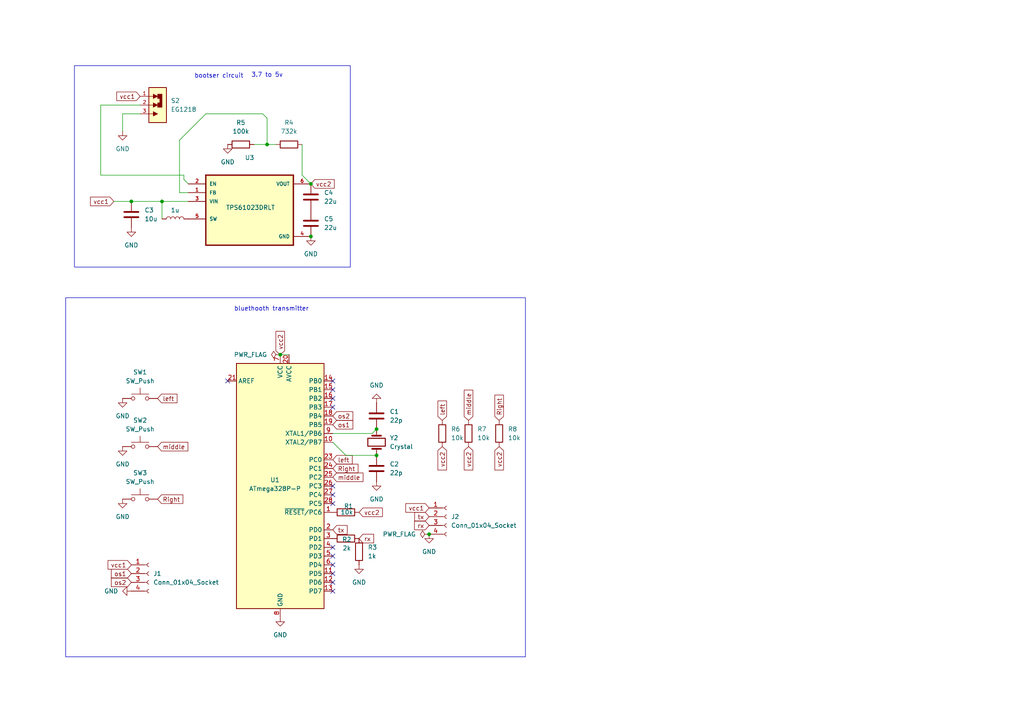
<source format=kicad_sch>
(kicad_sch
	(version 20231120)
	(generator "eeschema")
	(generator_version "8.0")
	(uuid "e1b05fc3-4c3d-450a-b99b-ff3aa13d5c39")
	(paper "A4")
	(lib_symbols
		(symbol "Connector:Conn_01x04_Socket"
			(pin_names
				(offset 1.016) hide)
			(exclude_from_sim no)
			(in_bom yes)
			(on_board yes)
			(property "Reference" "J"
				(at 0 5.08 0)
				(effects
					(font
						(size 1.27 1.27)
					)
				)
			)
			(property "Value" "Conn_01x04_Socket"
				(at 0 -7.62 0)
				(effects
					(font
						(size 1.27 1.27)
					)
				)
			)
			(property "Footprint" ""
				(at 0 0 0)
				(effects
					(font
						(size 1.27 1.27)
					)
					(hide yes)
				)
			)
			(property "Datasheet" "~"
				(at 0 0 0)
				(effects
					(font
						(size 1.27 1.27)
					)
					(hide yes)
				)
			)
			(property "Description" "Generic connector, single row, 01x04, script generated"
				(at 0 0 0)
				(effects
					(font
						(size 1.27 1.27)
					)
					(hide yes)
				)
			)
			(property "ki_locked" ""
				(at 0 0 0)
				(effects
					(font
						(size 1.27 1.27)
					)
				)
			)
			(property "ki_keywords" "connector"
				(at 0 0 0)
				(effects
					(font
						(size 1.27 1.27)
					)
					(hide yes)
				)
			)
			(property "ki_fp_filters" "Connector*:*_1x??_*"
				(at 0 0 0)
				(effects
					(font
						(size 1.27 1.27)
					)
					(hide yes)
				)
			)
			(symbol "Conn_01x04_Socket_1_1"
				(arc
					(start 0 -4.572)
					(mid -0.5058 -5.08)
					(end 0 -5.588)
					(stroke
						(width 0.1524)
						(type default)
					)
					(fill
						(type none)
					)
				)
				(arc
					(start 0 -2.032)
					(mid -0.5058 -2.54)
					(end 0 -3.048)
					(stroke
						(width 0.1524)
						(type default)
					)
					(fill
						(type none)
					)
				)
				(polyline
					(pts
						(xy -1.27 -5.08) (xy -0.508 -5.08)
					)
					(stroke
						(width 0.1524)
						(type default)
					)
					(fill
						(type none)
					)
				)
				(polyline
					(pts
						(xy -1.27 -2.54) (xy -0.508 -2.54)
					)
					(stroke
						(width 0.1524)
						(type default)
					)
					(fill
						(type none)
					)
				)
				(polyline
					(pts
						(xy -1.27 0) (xy -0.508 0)
					)
					(stroke
						(width 0.1524)
						(type default)
					)
					(fill
						(type none)
					)
				)
				(polyline
					(pts
						(xy -1.27 2.54) (xy -0.508 2.54)
					)
					(stroke
						(width 0.1524)
						(type default)
					)
					(fill
						(type none)
					)
				)
				(arc
					(start 0 0.508)
					(mid -0.5058 0)
					(end 0 -0.508)
					(stroke
						(width 0.1524)
						(type default)
					)
					(fill
						(type none)
					)
				)
				(arc
					(start 0 3.048)
					(mid -0.5058 2.54)
					(end 0 2.032)
					(stroke
						(width 0.1524)
						(type default)
					)
					(fill
						(type none)
					)
				)
				(pin passive line
					(at -5.08 2.54 0)
					(length 3.81)
					(name "Pin_1"
						(effects
							(font
								(size 1.27 1.27)
							)
						)
					)
					(number "1"
						(effects
							(font
								(size 1.27 1.27)
							)
						)
					)
				)
				(pin passive line
					(at -5.08 0 0)
					(length 3.81)
					(name "Pin_2"
						(effects
							(font
								(size 1.27 1.27)
							)
						)
					)
					(number "2"
						(effects
							(font
								(size 1.27 1.27)
							)
						)
					)
				)
				(pin passive line
					(at -5.08 -2.54 0)
					(length 3.81)
					(name "Pin_3"
						(effects
							(font
								(size 1.27 1.27)
							)
						)
					)
					(number "3"
						(effects
							(font
								(size 1.27 1.27)
							)
						)
					)
				)
				(pin passive line
					(at -5.08 -5.08 0)
					(length 3.81)
					(name "Pin_4"
						(effects
							(font
								(size 1.27 1.27)
							)
						)
					)
					(number "4"
						(effects
							(font
								(size 1.27 1.27)
							)
						)
					)
				)
			)
		)
		(symbol "Device:C"
			(pin_numbers hide)
			(pin_names
				(offset 0.254)
			)
			(exclude_from_sim no)
			(in_bom yes)
			(on_board yes)
			(property "Reference" "C"
				(at 0.635 2.54 0)
				(effects
					(font
						(size 1.27 1.27)
					)
					(justify left)
				)
			)
			(property "Value" "C"
				(at 0.635 -2.54 0)
				(effects
					(font
						(size 1.27 1.27)
					)
					(justify left)
				)
			)
			(property "Footprint" ""
				(at 0.9652 -3.81 0)
				(effects
					(font
						(size 1.27 1.27)
					)
					(hide yes)
				)
			)
			(property "Datasheet" "~"
				(at 0 0 0)
				(effects
					(font
						(size 1.27 1.27)
					)
					(hide yes)
				)
			)
			(property "Description" "Unpolarized capacitor"
				(at 0 0 0)
				(effects
					(font
						(size 1.27 1.27)
					)
					(hide yes)
				)
			)
			(property "ki_keywords" "cap capacitor"
				(at 0 0 0)
				(effects
					(font
						(size 1.27 1.27)
					)
					(hide yes)
				)
			)
			(property "ki_fp_filters" "C_*"
				(at 0 0 0)
				(effects
					(font
						(size 1.27 1.27)
					)
					(hide yes)
				)
			)
			(symbol "C_0_1"
				(polyline
					(pts
						(xy -2.032 -0.762) (xy 2.032 -0.762)
					)
					(stroke
						(width 0.508)
						(type default)
					)
					(fill
						(type none)
					)
				)
				(polyline
					(pts
						(xy -2.032 0.762) (xy 2.032 0.762)
					)
					(stroke
						(width 0.508)
						(type default)
					)
					(fill
						(type none)
					)
				)
			)
			(symbol "C_1_1"
				(pin passive line
					(at 0 3.81 270)
					(length 2.794)
					(name "~"
						(effects
							(font
								(size 1.27 1.27)
							)
						)
					)
					(number "1"
						(effects
							(font
								(size 1.27 1.27)
							)
						)
					)
				)
				(pin passive line
					(at 0 -3.81 90)
					(length 2.794)
					(name "~"
						(effects
							(font
								(size 1.27 1.27)
							)
						)
					)
					(number "2"
						(effects
							(font
								(size 1.27 1.27)
							)
						)
					)
				)
			)
		)
		(symbol "Device:Crystal"
			(pin_numbers hide)
			(pin_names
				(offset 1.016) hide)
			(exclude_from_sim no)
			(in_bom yes)
			(on_board yes)
			(property "Reference" "Y"
				(at 0 3.81 0)
				(effects
					(font
						(size 1.27 1.27)
					)
				)
			)
			(property "Value" "Crystal"
				(at 0 -3.81 0)
				(effects
					(font
						(size 1.27 1.27)
					)
				)
			)
			(property "Footprint" ""
				(at 0 0 0)
				(effects
					(font
						(size 1.27 1.27)
					)
					(hide yes)
				)
			)
			(property "Datasheet" "~"
				(at 0 0 0)
				(effects
					(font
						(size 1.27 1.27)
					)
					(hide yes)
				)
			)
			(property "Description" "Two pin crystal"
				(at 0 0 0)
				(effects
					(font
						(size 1.27 1.27)
					)
					(hide yes)
				)
			)
			(property "ki_keywords" "quartz ceramic resonator oscillator"
				(at 0 0 0)
				(effects
					(font
						(size 1.27 1.27)
					)
					(hide yes)
				)
			)
			(property "ki_fp_filters" "Crystal*"
				(at 0 0 0)
				(effects
					(font
						(size 1.27 1.27)
					)
					(hide yes)
				)
			)
			(symbol "Crystal_0_1"
				(rectangle
					(start -1.143 2.54)
					(end 1.143 -2.54)
					(stroke
						(width 0.3048)
						(type default)
					)
					(fill
						(type none)
					)
				)
				(polyline
					(pts
						(xy -2.54 0) (xy -1.905 0)
					)
					(stroke
						(width 0)
						(type default)
					)
					(fill
						(type none)
					)
				)
				(polyline
					(pts
						(xy -1.905 -1.27) (xy -1.905 1.27)
					)
					(stroke
						(width 0.508)
						(type default)
					)
					(fill
						(type none)
					)
				)
				(polyline
					(pts
						(xy 1.905 -1.27) (xy 1.905 1.27)
					)
					(stroke
						(width 0.508)
						(type default)
					)
					(fill
						(type none)
					)
				)
				(polyline
					(pts
						(xy 2.54 0) (xy 1.905 0)
					)
					(stroke
						(width 0)
						(type default)
					)
					(fill
						(type none)
					)
				)
			)
			(symbol "Crystal_1_1"
				(pin passive line
					(at -3.81 0 0)
					(length 1.27)
					(name "1"
						(effects
							(font
								(size 1.27 1.27)
							)
						)
					)
					(number "1"
						(effects
							(font
								(size 1.27 1.27)
							)
						)
					)
				)
				(pin passive line
					(at 3.81 0 180)
					(length 1.27)
					(name "2"
						(effects
							(font
								(size 1.27 1.27)
							)
						)
					)
					(number "2"
						(effects
							(font
								(size 1.27 1.27)
							)
						)
					)
				)
			)
		)
		(symbol "Device:L"
			(pin_numbers hide)
			(pin_names
				(offset 1.016) hide)
			(exclude_from_sim no)
			(in_bom yes)
			(on_board yes)
			(property "Reference" "L"
				(at -1.27 0 90)
				(effects
					(font
						(size 1.27 1.27)
					)
				)
			)
			(property "Value" "L"
				(at 1.905 0 90)
				(effects
					(font
						(size 1.27 1.27)
					)
				)
			)
			(property "Footprint" ""
				(at 0 0 0)
				(effects
					(font
						(size 1.27 1.27)
					)
					(hide yes)
				)
			)
			(property "Datasheet" "~"
				(at 0 0 0)
				(effects
					(font
						(size 1.27 1.27)
					)
					(hide yes)
				)
			)
			(property "Description" "Inductor"
				(at 0 0 0)
				(effects
					(font
						(size 1.27 1.27)
					)
					(hide yes)
				)
			)
			(property "ki_keywords" "inductor choke coil reactor magnetic"
				(at 0 0 0)
				(effects
					(font
						(size 1.27 1.27)
					)
					(hide yes)
				)
			)
			(property "ki_fp_filters" "Choke_* *Coil* Inductor_* L_*"
				(at 0 0 0)
				(effects
					(font
						(size 1.27 1.27)
					)
					(hide yes)
				)
			)
			(symbol "L_0_1"
				(arc
					(start 0 -2.54)
					(mid 0.6323 -1.905)
					(end 0 -1.27)
					(stroke
						(width 0)
						(type default)
					)
					(fill
						(type none)
					)
				)
				(arc
					(start 0 -1.27)
					(mid 0.6323 -0.635)
					(end 0 0)
					(stroke
						(width 0)
						(type default)
					)
					(fill
						(type none)
					)
				)
				(arc
					(start 0 0)
					(mid 0.6323 0.635)
					(end 0 1.27)
					(stroke
						(width 0)
						(type default)
					)
					(fill
						(type none)
					)
				)
				(arc
					(start 0 1.27)
					(mid 0.6323 1.905)
					(end 0 2.54)
					(stroke
						(width 0)
						(type default)
					)
					(fill
						(type none)
					)
				)
			)
			(symbol "L_1_1"
				(pin passive line
					(at 0 3.81 270)
					(length 1.27)
					(name "1"
						(effects
							(font
								(size 1.27 1.27)
							)
						)
					)
					(number "1"
						(effects
							(font
								(size 1.27 1.27)
							)
						)
					)
				)
				(pin passive line
					(at 0 -3.81 90)
					(length 1.27)
					(name "2"
						(effects
							(font
								(size 1.27 1.27)
							)
						)
					)
					(number "2"
						(effects
							(font
								(size 1.27 1.27)
							)
						)
					)
				)
			)
		)
		(symbol "Device:R"
			(pin_numbers hide)
			(pin_names
				(offset 0)
			)
			(exclude_from_sim no)
			(in_bom yes)
			(on_board yes)
			(property "Reference" "R"
				(at 2.032 0 90)
				(effects
					(font
						(size 1.27 1.27)
					)
				)
			)
			(property "Value" "R"
				(at 0 0 90)
				(effects
					(font
						(size 1.27 1.27)
					)
				)
			)
			(property "Footprint" ""
				(at -1.778 0 90)
				(effects
					(font
						(size 1.27 1.27)
					)
					(hide yes)
				)
			)
			(property "Datasheet" "~"
				(at 0 0 0)
				(effects
					(font
						(size 1.27 1.27)
					)
					(hide yes)
				)
			)
			(property "Description" "Resistor"
				(at 0 0 0)
				(effects
					(font
						(size 1.27 1.27)
					)
					(hide yes)
				)
			)
			(property "ki_keywords" "R res resistor"
				(at 0 0 0)
				(effects
					(font
						(size 1.27 1.27)
					)
					(hide yes)
				)
			)
			(property "ki_fp_filters" "R_*"
				(at 0 0 0)
				(effects
					(font
						(size 1.27 1.27)
					)
					(hide yes)
				)
			)
			(symbol "R_0_1"
				(rectangle
					(start -1.016 -2.54)
					(end 1.016 2.54)
					(stroke
						(width 0.254)
						(type default)
					)
					(fill
						(type none)
					)
				)
			)
			(symbol "R_1_1"
				(pin passive line
					(at 0 3.81 270)
					(length 1.27)
					(name "~"
						(effects
							(font
								(size 1.27 1.27)
							)
						)
					)
					(number "1"
						(effects
							(font
								(size 1.27 1.27)
							)
						)
					)
				)
				(pin passive line
					(at 0 -3.81 90)
					(length 1.27)
					(name "~"
						(effects
							(font
								(size 1.27 1.27)
							)
						)
					)
					(number "2"
						(effects
							(font
								(size 1.27 1.27)
							)
						)
					)
				)
			)
		)
		(symbol "EG1218:EG1218"
			(pin_names
				(offset 1.016)
			)
			(exclude_from_sim no)
			(in_bom yes)
			(on_board yes)
			(property "Reference" "S"
				(at -5.08 5.842 0)
				(effects
					(font
						(size 1.27 1.27)
					)
					(justify left bottom)
				)
			)
			(property "Value" "EG1218"
				(at -5.08 -7.62 0)
				(effects
					(font
						(size 1.27 1.27)
					)
					(justify left bottom)
				)
			)
			(property "Footprint" "EG1218:SW_EG1218"
				(at 0 0 0)
				(effects
					(font
						(size 1.27 1.27)
					)
					(justify bottom)
					(hide yes)
				)
			)
			(property "Datasheet" ""
				(at 0 0 0)
				(effects
					(font
						(size 1.27 1.27)
					)
					(hide yes)
				)
			)
			(property "Description" "Slide Switch SPDT Through Hole"
				(at 0 0 0)
				(effects
					(font
						(size 1.27 1.27)
					)
					(justify bottom)
					(hide yes)
				)
			)
			(property "MF" "E-Switch"
				(at 0 0 0)
				(effects
					(font
						(size 1.27 1.27)
					)
					(justify bottom)
					(hide yes)
				)
			)
			(property "PACKAGE" "None"
				(at 0 0 0)
				(effects
					(font
						(size 1.27 1.27)
					)
					(justify bottom)
					(hide yes)
				)
			)
			(property "PRICE" "None"
				(at 0 0 0)
				(effects
					(font
						(size 1.27 1.27)
					)
					(justify bottom)
					(hide yes)
				)
			)
			(property "Package" "None"
				(at 0 0 0)
				(effects
					(font
						(size 1.27 1.27)
					)
					(justify bottom)
					(hide yes)
				)
			)
			(property "Check_prices" "https://www.snapeda.com/parts/EG1218/E-Switch/view-part/?ref=eda"
				(at 0 0 0)
				(effects
					(font
						(size 1.27 1.27)
					)
					(justify bottom)
					(hide yes)
				)
			)
			(property "Price" "None"
				(at 0 0 0)
				(effects
					(font
						(size 1.27 1.27)
					)
					(justify bottom)
					(hide yes)
				)
			)
			(property "SnapEDA_Link" "https://www.snapeda.com/parts/EG1218/E-Switch/view-part/?ref=snap"
				(at 0 0 0)
				(effects
					(font
						(size 1.27 1.27)
					)
					(justify bottom)
					(hide yes)
				)
			)
			(property "MP" "EG1218"
				(at 0 0 0)
				(effects
					(font
						(size 1.27 1.27)
					)
					(justify bottom)
					(hide yes)
				)
			)
			(property "Description_1" "\n                        \n                            Slide Switch, EG Series, SPDT, Non-Shorting, ON-ON, 200mA DC, 30VDC, PC Pin | E-Switch EG1218\n                        \n"
				(at 0 0 0)
				(effects
					(font
						(size 1.27 1.27)
					)
					(justify bottom)
					(hide yes)
				)
			)
			(property "Availability" "In Stock"
				(at 0 0 0)
				(effects
					(font
						(size 1.27 1.27)
					)
					(justify bottom)
					(hide yes)
				)
			)
			(property "AVAILABILITY" "In Stock"
				(at 0 0 0)
				(effects
					(font
						(size 1.27 1.27)
					)
					(justify bottom)
					(hide yes)
				)
			)
			(property "PURCHASE-URL" "https://pricing.snapeda.com/search/part/EG1218/?ref=eda"
				(at 0 0 0)
				(effects
					(font
						(size 1.27 1.27)
					)
					(justify bottom)
					(hide yes)
				)
			)
			(symbol "EG1218_0_0"
				(rectangle
					(start -2.54 -5.08)
					(end 2.54 5.08)
					(stroke
						(width 0.254)
						(type default)
					)
					(fill
						(type background)
					)
				)
				(polyline
					(pts
						(xy -2.54 -2.54) (xy -1.27 -2.54)
					)
					(stroke
						(width 0.1524)
						(type default)
					)
					(fill
						(type none)
					)
				)
				(polyline
					(pts
						(xy -2.54 0) (xy -1.27 0)
					)
					(stroke
						(width 0.1524)
						(type default)
					)
					(fill
						(type none)
					)
				)
				(polyline
					(pts
						(xy -2.54 2.54) (xy -1.27 2.54)
					)
					(stroke
						(width 0.1524)
						(type default)
					)
					(fill
						(type none)
					)
				)
				(polyline
					(pts
						(xy -1.27 -1.905) (xy -1.27 -3.175) (xy 0 -2.54) (xy -1.27 -1.905)
					)
					(stroke
						(width 0.1524)
						(type default)
					)
					(fill
						(type outline)
					)
				)
				(polyline
					(pts
						(xy -1.27 0.635) (xy -1.27 -0.635) (xy 0 0) (xy -1.27 0.635)
					)
					(stroke
						(width 0.1524)
						(type default)
					)
					(fill
						(type outline)
					)
				)
				(polyline
					(pts
						(xy -1.27 3.175) (xy -1.27 1.905) (xy 0 2.54) (xy -1.27 3.175)
					)
					(stroke
						(width 0.1524)
						(type default)
					)
					(fill
						(type outline)
					)
				)
				(polyline
					(pts
						(xy 0 1.905) (xy 0 3.175) (xy 1.27 3.175) (xy 1.27 -0.635) (xy 0 -0.635) (xy 0 0.635) (xy 0.635 0.635)
						(xy 0.635 1.905) (xy 0 1.905)
					)
					(stroke
						(width 0.1524)
						(type default)
					)
					(fill
						(type outline)
					)
				)
				(pin passive line
					(at -5.08 2.54 0)
					(length 2.54)
					(name "~"
						(effects
							(font
								(size 1.016 1.016)
							)
						)
					)
					(number "1"
						(effects
							(font
								(size 1.016 1.016)
							)
						)
					)
				)
				(pin passive line
					(at -5.08 0 0)
					(length 2.54)
					(name "~"
						(effects
							(font
								(size 1.016 1.016)
							)
						)
					)
					(number "2"
						(effects
							(font
								(size 1.016 1.016)
							)
						)
					)
				)
				(pin passive line
					(at -5.08 -2.54 0)
					(length 2.54)
					(name "~"
						(effects
							(font
								(size 1.016 1.016)
							)
						)
					)
					(number "3"
						(effects
							(font
								(size 1.016 1.016)
							)
						)
					)
				)
			)
		)
		(symbol "MCU_Microchip_ATmega:ATmega328P-P"
			(exclude_from_sim no)
			(in_bom yes)
			(on_board yes)
			(property "Reference" "U"
				(at -12.7 36.83 0)
				(effects
					(font
						(size 1.27 1.27)
					)
					(justify left bottom)
				)
			)
			(property "Value" "ATmega328P-P"
				(at 2.54 -36.83 0)
				(effects
					(font
						(size 1.27 1.27)
					)
					(justify left top)
				)
			)
			(property "Footprint" "Package_DIP:DIP-28_W7.62mm"
				(at 0 0 0)
				(effects
					(font
						(size 1.27 1.27)
						(italic yes)
					)
					(hide yes)
				)
			)
			(property "Datasheet" "http://ww1.microchip.com/downloads/en/DeviceDoc/ATmega328_P%20AVR%20MCU%20with%20picoPower%20Technology%20Data%20Sheet%2040001984A.pdf"
				(at 0 0 0)
				(effects
					(font
						(size 1.27 1.27)
					)
					(hide yes)
				)
			)
			(property "Description" "20MHz, 32kB Flash, 2kB SRAM, 1kB EEPROM, DIP-28"
				(at 0 0 0)
				(effects
					(font
						(size 1.27 1.27)
					)
					(hide yes)
				)
			)
			(property "ki_keywords" "AVR 8bit Microcontroller MegaAVR PicoPower"
				(at 0 0 0)
				(effects
					(font
						(size 1.27 1.27)
					)
					(hide yes)
				)
			)
			(property "ki_fp_filters" "DIP*W7.62mm*"
				(at 0 0 0)
				(effects
					(font
						(size 1.27 1.27)
					)
					(hide yes)
				)
			)
			(symbol "ATmega328P-P_0_1"
				(rectangle
					(start -12.7 -35.56)
					(end 12.7 35.56)
					(stroke
						(width 0.254)
						(type default)
					)
					(fill
						(type background)
					)
				)
			)
			(symbol "ATmega328P-P_1_1"
				(pin bidirectional line
					(at 15.24 -7.62 180)
					(length 2.54)
					(name "~{RESET}/PC6"
						(effects
							(font
								(size 1.27 1.27)
							)
						)
					)
					(number "1"
						(effects
							(font
								(size 1.27 1.27)
							)
						)
					)
				)
				(pin bidirectional line
					(at 15.24 12.7 180)
					(length 2.54)
					(name "XTAL2/PB7"
						(effects
							(font
								(size 1.27 1.27)
							)
						)
					)
					(number "10"
						(effects
							(font
								(size 1.27 1.27)
							)
						)
					)
				)
				(pin bidirectional line
					(at 15.24 -25.4 180)
					(length 2.54)
					(name "PD5"
						(effects
							(font
								(size 1.27 1.27)
							)
						)
					)
					(number "11"
						(effects
							(font
								(size 1.27 1.27)
							)
						)
					)
				)
				(pin bidirectional line
					(at 15.24 -27.94 180)
					(length 2.54)
					(name "PD6"
						(effects
							(font
								(size 1.27 1.27)
							)
						)
					)
					(number "12"
						(effects
							(font
								(size 1.27 1.27)
							)
						)
					)
				)
				(pin bidirectional line
					(at 15.24 -30.48 180)
					(length 2.54)
					(name "PD7"
						(effects
							(font
								(size 1.27 1.27)
							)
						)
					)
					(number "13"
						(effects
							(font
								(size 1.27 1.27)
							)
						)
					)
				)
				(pin bidirectional line
					(at 15.24 30.48 180)
					(length 2.54)
					(name "PB0"
						(effects
							(font
								(size 1.27 1.27)
							)
						)
					)
					(number "14"
						(effects
							(font
								(size 1.27 1.27)
							)
						)
					)
				)
				(pin bidirectional line
					(at 15.24 27.94 180)
					(length 2.54)
					(name "PB1"
						(effects
							(font
								(size 1.27 1.27)
							)
						)
					)
					(number "15"
						(effects
							(font
								(size 1.27 1.27)
							)
						)
					)
				)
				(pin bidirectional line
					(at 15.24 25.4 180)
					(length 2.54)
					(name "PB2"
						(effects
							(font
								(size 1.27 1.27)
							)
						)
					)
					(number "16"
						(effects
							(font
								(size 1.27 1.27)
							)
						)
					)
				)
				(pin bidirectional line
					(at 15.24 22.86 180)
					(length 2.54)
					(name "PB3"
						(effects
							(font
								(size 1.27 1.27)
							)
						)
					)
					(number "17"
						(effects
							(font
								(size 1.27 1.27)
							)
						)
					)
				)
				(pin bidirectional line
					(at 15.24 20.32 180)
					(length 2.54)
					(name "PB4"
						(effects
							(font
								(size 1.27 1.27)
							)
						)
					)
					(number "18"
						(effects
							(font
								(size 1.27 1.27)
							)
						)
					)
				)
				(pin bidirectional line
					(at 15.24 17.78 180)
					(length 2.54)
					(name "PB5"
						(effects
							(font
								(size 1.27 1.27)
							)
						)
					)
					(number "19"
						(effects
							(font
								(size 1.27 1.27)
							)
						)
					)
				)
				(pin bidirectional line
					(at 15.24 -12.7 180)
					(length 2.54)
					(name "PD0"
						(effects
							(font
								(size 1.27 1.27)
							)
						)
					)
					(number "2"
						(effects
							(font
								(size 1.27 1.27)
							)
						)
					)
				)
				(pin power_in line
					(at 2.54 38.1 270)
					(length 2.54)
					(name "AVCC"
						(effects
							(font
								(size 1.27 1.27)
							)
						)
					)
					(number "20"
						(effects
							(font
								(size 1.27 1.27)
							)
						)
					)
				)
				(pin passive line
					(at -15.24 30.48 0)
					(length 2.54)
					(name "AREF"
						(effects
							(font
								(size 1.27 1.27)
							)
						)
					)
					(number "21"
						(effects
							(font
								(size 1.27 1.27)
							)
						)
					)
				)
				(pin passive line
					(at 0 -38.1 90)
					(length 2.54) hide
					(name "GND"
						(effects
							(font
								(size 1.27 1.27)
							)
						)
					)
					(number "22"
						(effects
							(font
								(size 1.27 1.27)
							)
						)
					)
				)
				(pin bidirectional line
					(at 15.24 7.62 180)
					(length 2.54)
					(name "PC0"
						(effects
							(font
								(size 1.27 1.27)
							)
						)
					)
					(number "23"
						(effects
							(font
								(size 1.27 1.27)
							)
						)
					)
				)
				(pin bidirectional line
					(at 15.24 5.08 180)
					(length 2.54)
					(name "PC1"
						(effects
							(font
								(size 1.27 1.27)
							)
						)
					)
					(number "24"
						(effects
							(font
								(size 1.27 1.27)
							)
						)
					)
				)
				(pin bidirectional line
					(at 15.24 2.54 180)
					(length 2.54)
					(name "PC2"
						(effects
							(font
								(size 1.27 1.27)
							)
						)
					)
					(number "25"
						(effects
							(font
								(size 1.27 1.27)
							)
						)
					)
				)
				(pin bidirectional line
					(at 15.24 0 180)
					(length 2.54)
					(name "PC3"
						(effects
							(font
								(size 1.27 1.27)
							)
						)
					)
					(number "26"
						(effects
							(font
								(size 1.27 1.27)
							)
						)
					)
				)
				(pin bidirectional line
					(at 15.24 -2.54 180)
					(length 2.54)
					(name "PC4"
						(effects
							(font
								(size 1.27 1.27)
							)
						)
					)
					(number "27"
						(effects
							(font
								(size 1.27 1.27)
							)
						)
					)
				)
				(pin bidirectional line
					(at 15.24 -5.08 180)
					(length 2.54)
					(name "PC5"
						(effects
							(font
								(size 1.27 1.27)
							)
						)
					)
					(number "28"
						(effects
							(font
								(size 1.27 1.27)
							)
						)
					)
				)
				(pin bidirectional line
					(at 15.24 -15.24 180)
					(length 2.54)
					(name "PD1"
						(effects
							(font
								(size 1.27 1.27)
							)
						)
					)
					(number "3"
						(effects
							(font
								(size 1.27 1.27)
							)
						)
					)
				)
				(pin bidirectional line
					(at 15.24 -17.78 180)
					(length 2.54)
					(name "PD2"
						(effects
							(font
								(size 1.27 1.27)
							)
						)
					)
					(number "4"
						(effects
							(font
								(size 1.27 1.27)
							)
						)
					)
				)
				(pin bidirectional line
					(at 15.24 -20.32 180)
					(length 2.54)
					(name "PD3"
						(effects
							(font
								(size 1.27 1.27)
							)
						)
					)
					(number "5"
						(effects
							(font
								(size 1.27 1.27)
							)
						)
					)
				)
				(pin bidirectional line
					(at 15.24 -22.86 180)
					(length 2.54)
					(name "PD4"
						(effects
							(font
								(size 1.27 1.27)
							)
						)
					)
					(number "6"
						(effects
							(font
								(size 1.27 1.27)
							)
						)
					)
				)
				(pin power_in line
					(at 0 38.1 270)
					(length 2.54)
					(name "VCC"
						(effects
							(font
								(size 1.27 1.27)
							)
						)
					)
					(number "7"
						(effects
							(font
								(size 1.27 1.27)
							)
						)
					)
				)
				(pin power_in line
					(at 0 -38.1 90)
					(length 2.54)
					(name "GND"
						(effects
							(font
								(size 1.27 1.27)
							)
						)
					)
					(number "8"
						(effects
							(font
								(size 1.27 1.27)
							)
						)
					)
				)
				(pin bidirectional line
					(at 15.24 15.24 180)
					(length 2.54)
					(name "XTAL1/PB6"
						(effects
							(font
								(size 1.27 1.27)
							)
						)
					)
					(number "9"
						(effects
							(font
								(size 1.27 1.27)
							)
						)
					)
				)
			)
		)
		(symbol "Switch:SW_Push"
			(pin_numbers hide)
			(pin_names
				(offset 1.016) hide)
			(exclude_from_sim no)
			(in_bom yes)
			(on_board yes)
			(property "Reference" "SW"
				(at 1.27 2.54 0)
				(effects
					(font
						(size 1.27 1.27)
					)
					(justify left)
				)
			)
			(property "Value" "SW_Push"
				(at 0 -1.524 0)
				(effects
					(font
						(size 1.27 1.27)
					)
				)
			)
			(property "Footprint" ""
				(at 0 5.08 0)
				(effects
					(font
						(size 1.27 1.27)
					)
					(hide yes)
				)
			)
			(property "Datasheet" "~"
				(at 0 5.08 0)
				(effects
					(font
						(size 1.27 1.27)
					)
					(hide yes)
				)
			)
			(property "Description" "Push button switch, generic, two pins"
				(at 0 0 0)
				(effects
					(font
						(size 1.27 1.27)
					)
					(hide yes)
				)
			)
			(property "ki_keywords" "switch normally-open pushbutton push-button"
				(at 0 0 0)
				(effects
					(font
						(size 1.27 1.27)
					)
					(hide yes)
				)
			)
			(symbol "SW_Push_0_1"
				(circle
					(center -2.032 0)
					(radius 0.508)
					(stroke
						(width 0)
						(type default)
					)
					(fill
						(type none)
					)
				)
				(polyline
					(pts
						(xy 0 1.27) (xy 0 3.048)
					)
					(stroke
						(width 0)
						(type default)
					)
					(fill
						(type none)
					)
				)
				(polyline
					(pts
						(xy 2.54 1.27) (xy -2.54 1.27)
					)
					(stroke
						(width 0)
						(type default)
					)
					(fill
						(type none)
					)
				)
				(circle
					(center 2.032 0)
					(radius 0.508)
					(stroke
						(width 0)
						(type default)
					)
					(fill
						(type none)
					)
				)
				(pin passive line
					(at -5.08 0 0)
					(length 2.54)
					(name "1"
						(effects
							(font
								(size 1.27 1.27)
							)
						)
					)
					(number "1"
						(effects
							(font
								(size 1.27 1.27)
							)
						)
					)
				)
				(pin passive line
					(at 5.08 0 180)
					(length 2.54)
					(name "2"
						(effects
							(font
								(size 1.27 1.27)
							)
						)
					)
					(number "2"
						(effects
							(font
								(size 1.27 1.27)
							)
						)
					)
				)
			)
		)
		(symbol "TPS61023DRLT:TPS61023DRLT"
			(pin_names
				(offset 1.016)
			)
			(exclude_from_sim no)
			(in_bom yes)
			(on_board yes)
			(property "Reference" "U3"
				(at 0 15.24 0)
				(effects
					(font
						(size 1.27 1.27)
					)
				)
			)
			(property "Value" "TPS61023DRLT"
				(at 0.254 0.762 0)
				(effects
					(font
						(size 1.27 1.27)
					)
				)
			)
			(property "Footprint" "TPS61023DRLT:SOT50P160X60-6N"
				(at 0 0 0)
				(effects
					(font
						(size 1.27 1.27)
					)
					(justify bottom)
					(hide yes)
				)
			)
			(property "Datasheet" ""
				(at 0 0 0)
				(effects
					(font
						(size 1.27 1.27)
					)
					(hide yes)
				)
			)
			(property "Description" ""
				(at 0 0 0)
				(effects
					(font
						(size 1.27 1.27)
					)
					(hide yes)
				)
			)
			(property "MF" "Texas Instruments"
				(at 0 0 0)
				(effects
					(font
						(size 1.27 1.27)
					)
					(justify bottom)
					(hide yes)
				)
			)
			(property "Description_1" "\n                        \n                            3.7-A boost converter with 0.5-V ultra-low input voltage\n                        \n"
				(at 0 0 0)
				(effects
					(font
						(size 1.27 1.27)
					)
					(justify bottom)
					(hide yes)
				)
			)
			(property "Package" "SOT-5X3-6 Texas Instruments"
				(at 0 0 0)
				(effects
					(font
						(size 1.27 1.27)
					)
					(justify bottom)
					(hide yes)
				)
			)
			(property "Price" "None"
				(at 0 0 0)
				(effects
					(font
						(size 1.27 1.27)
					)
					(justify bottom)
					(hide yes)
				)
			)
			(property "SnapEDA_Link" "https://www.snapeda.com/parts/TPS61023DRLT/Texas+Instruments/view-part/?ref=snap"
				(at 0 0 0)
				(effects
					(font
						(size 1.27 1.27)
					)
					(justify bottom)
					(hide yes)
				)
			)
			(property "MP" "TPS61023DRLT"
				(at 0 0 0)
				(effects
					(font
						(size 1.27 1.27)
					)
					(justify bottom)
					(hide yes)
				)
			)
			(property "Availability" "In Stock"
				(at 0 0 0)
				(effects
					(font
						(size 1.27 1.27)
					)
					(justify bottom)
					(hide yes)
				)
			)
			(property "Check_prices" "https://www.snapeda.com/parts/TPS61023DRLT/Texas+Instruments/view-part/?ref=eda"
				(at 0 0 0)
				(effects
					(font
						(size 1.27 1.27)
					)
					(justify bottom)
					(hide yes)
				)
			)
			(symbol "TPS61023DRLT_0_0"
				(rectangle
					(start -12.7 -10.16)
					(end 12.7 10.16)
					(stroke
						(width 0.41)
						(type default)
					)
					(fill
						(type background)
					)
				)
				(pin input line
					(at -17.78 5.08 0)
					(length 5.08)
					(name "FB"
						(effects
							(font
								(size 1.016 1.016)
							)
						)
					)
					(number "1"
						(effects
							(font
								(size 1.016 1.016)
							)
						)
					)
				)
				(pin input line
					(at -17.78 7.62 0)
					(length 5.08)
					(name "EN"
						(effects
							(font
								(size 1.016 1.016)
							)
						)
					)
					(number "2"
						(effects
							(font
								(size 1.016 1.016)
							)
						)
					)
				)
				(pin input line
					(at -17.78 2.54 0)
					(length 5.08)
					(name "VIN"
						(effects
							(font
								(size 1.016 1.016)
							)
						)
					)
					(number "3"
						(effects
							(font
								(size 1.016 1.016)
							)
						)
					)
				)
				(pin power_in line
					(at 17.78 -7.62 180)
					(length 5.08)
					(name "GND"
						(effects
							(font
								(size 1.016 1.016)
							)
						)
					)
					(number "4"
						(effects
							(font
								(size 1.016 1.016)
							)
						)
					)
				)
				(pin bidirectional line
					(at -17.78 -2.54 0)
					(length 5.08)
					(name "SW"
						(effects
							(font
								(size 1.016 1.016)
							)
						)
					)
					(number "5"
						(effects
							(font
								(size 1.016 1.016)
							)
						)
					)
				)
				(pin power_out line
					(at 17.78 7.62 180)
					(length 5.08)
					(name "VOUT"
						(effects
							(font
								(size 1.016 1.016)
							)
						)
					)
					(number "6"
						(effects
							(font
								(size 1.016 1.016)
							)
						)
					)
				)
			)
		)
		(symbol "power:GND"
			(power)
			(pin_numbers hide)
			(pin_names
				(offset 0) hide)
			(exclude_from_sim no)
			(in_bom yes)
			(on_board yes)
			(property "Reference" "#PWR"
				(at 0 -6.35 0)
				(effects
					(font
						(size 1.27 1.27)
					)
					(hide yes)
				)
			)
			(property "Value" "GND"
				(at 0 -3.81 0)
				(effects
					(font
						(size 1.27 1.27)
					)
				)
			)
			(property "Footprint" ""
				(at 0 0 0)
				(effects
					(font
						(size 1.27 1.27)
					)
					(hide yes)
				)
			)
			(property "Datasheet" ""
				(at 0 0 0)
				(effects
					(font
						(size 1.27 1.27)
					)
					(hide yes)
				)
			)
			(property "Description" "Power symbol creates a global label with name \"GND\" , ground"
				(at 0 0 0)
				(effects
					(font
						(size 1.27 1.27)
					)
					(hide yes)
				)
			)
			(property "ki_keywords" "global power"
				(at 0 0 0)
				(effects
					(font
						(size 1.27 1.27)
					)
					(hide yes)
				)
			)
			(symbol "GND_0_1"
				(polyline
					(pts
						(xy 0 0) (xy 0 -1.27) (xy 1.27 -1.27) (xy 0 -2.54) (xy -1.27 -1.27) (xy 0 -1.27)
					)
					(stroke
						(width 0)
						(type default)
					)
					(fill
						(type none)
					)
				)
			)
			(symbol "GND_1_1"
				(pin power_in line
					(at 0 0 270)
					(length 0)
					(name "~"
						(effects
							(font
								(size 1.27 1.27)
							)
						)
					)
					(number "1"
						(effects
							(font
								(size 1.27 1.27)
							)
						)
					)
				)
			)
		)
		(symbol "power:PWR_FLAG"
			(power)
			(pin_numbers hide)
			(pin_names
				(offset 0) hide)
			(exclude_from_sim no)
			(in_bom yes)
			(on_board yes)
			(property "Reference" "#FLG"
				(at 0 1.905 0)
				(effects
					(font
						(size 1.27 1.27)
					)
					(hide yes)
				)
			)
			(property "Value" "PWR_FLAG"
				(at 0 3.81 0)
				(effects
					(font
						(size 1.27 1.27)
					)
				)
			)
			(property "Footprint" ""
				(at 0 0 0)
				(effects
					(font
						(size 1.27 1.27)
					)
					(hide yes)
				)
			)
			(property "Datasheet" "~"
				(at 0 0 0)
				(effects
					(font
						(size 1.27 1.27)
					)
					(hide yes)
				)
			)
			(property "Description" "Special symbol for telling ERC where power comes from"
				(at 0 0 0)
				(effects
					(font
						(size 1.27 1.27)
					)
					(hide yes)
				)
			)
			(property "ki_keywords" "flag power"
				(at 0 0 0)
				(effects
					(font
						(size 1.27 1.27)
					)
					(hide yes)
				)
			)
			(symbol "PWR_FLAG_0_0"
				(pin power_out line
					(at 0 0 90)
					(length 0)
					(name "~"
						(effects
							(font
								(size 1.27 1.27)
							)
						)
					)
					(number "1"
						(effects
							(font
								(size 1.27 1.27)
							)
						)
					)
				)
			)
			(symbol "PWR_FLAG_0_1"
				(polyline
					(pts
						(xy 0 0) (xy 0 1.27) (xy -1.016 1.905) (xy 0 2.54) (xy 1.016 1.905) (xy 0 1.27)
					)
					(stroke
						(width 0)
						(type default)
					)
					(fill
						(type none)
					)
				)
			)
		)
	)
	(junction
		(at 90.17 53.34)
		(diameter 0)
		(color 0 0 0 0)
		(uuid "1311f249-064f-4e26-b27b-8845f9a5e1e8")
	)
	(junction
		(at 109.22 124.46)
		(diameter 0)
		(color 0 0 0 0)
		(uuid "3ff00a5d-902d-4341-9bef-f4d8a5bbd398")
	)
	(junction
		(at 46.99 58.42)
		(diameter 0)
		(color 0 0 0 0)
		(uuid "44de6779-c170-4cfa-9123-1739bf0545c9")
	)
	(junction
		(at 90.17 68.58)
		(diameter 0)
		(color 0 0 0 0)
		(uuid "494d35b4-c76b-4e2f-9b64-b52d61b59241")
	)
	(junction
		(at 81.28 102.87)
		(diameter 0)
		(color 0 0 0 0)
		(uuid "6484572a-b8ad-4ec1-b397-86e2b9e21803")
	)
	(junction
		(at 109.22 132.08)
		(diameter 0)
		(color 0 0 0 0)
		(uuid "6ee9140b-95f9-47f6-b0fd-d262284592fb")
	)
	(junction
		(at 38.1 58.42)
		(diameter 0)
		(color 0 0 0 0)
		(uuid "99248538-64eb-4788-942d-32808ab007cb")
	)
	(junction
		(at 124.46 154.94)
		(diameter 0)
		(color 0 0 0 0)
		(uuid "e2c31788-9c27-4800-9406-97b0854d0fe7")
	)
	(junction
		(at 77.47 41.91)
		(diameter 0)
		(color 0 0 0 0)
		(uuid "ff6a25b6-8c8d-4933-acf0-236affd5ce7d")
	)
	(no_connect
		(at 96.52 143.51)
		(uuid "00dde4a8-967e-4e70-8881-a9467c52b38c")
	)
	(no_connect
		(at 96.52 113.03)
		(uuid "06f82fe8-221e-42be-8f76-b6ed6684371d")
	)
	(no_connect
		(at 96.52 166.37)
		(uuid "08e01f5f-cda8-4dff-9378-0cfc91df2665")
	)
	(no_connect
		(at 96.52 161.29)
		(uuid "1858a7fb-8ae2-4865-b004-7c0df6cbec75")
	)
	(no_connect
		(at 96.52 115.57)
		(uuid "32de3ff2-74f1-45e6-a3bc-b8929e1f3f53")
	)
	(no_connect
		(at 96.52 163.83)
		(uuid "39d499e7-5024-4ab2-a0ee-4c1f9e4da0a7")
	)
	(no_connect
		(at 66.04 110.49)
		(uuid "5c79a997-04bf-4c78-b53e-bcae2d6efa3b")
	)
	(no_connect
		(at 96.52 168.91)
		(uuid "8b731002-c500-4a98-9cd2-672c4eeb4dfd")
	)
	(no_connect
		(at 96.52 171.45)
		(uuid "90eec330-4ccc-4066-bcd6-2b5a2bac6145")
	)
	(no_connect
		(at 96.52 118.11)
		(uuid "91e8541f-40da-40b6-8a63-3258a9cd4b80")
	)
	(no_connect
		(at 96.52 146.05)
		(uuid "932c6b40-d4d4-4a3f-ab49-1815f2d8fe60")
	)
	(no_connect
		(at 96.52 110.49)
		(uuid "dc80fb06-b4ff-460a-a918-bc712e9bb45f")
	)
	(no_connect
		(at 96.52 140.97)
		(uuid "e42466cb-df31-4ebd-a69e-0b06c251bf8f")
	)
	(no_connect
		(at 96.52 158.75)
		(uuid "fa14fc73-bfaa-4093-b8e0-39c7a97add74")
	)
	(wire
		(pts
			(xy 38.1 58.42) (xy 46.99 58.42)
		)
		(stroke
			(width 0)
			(type default)
		)
		(uuid "03e77222-ea03-4a62-a8a4-c9d0826314c7")
	)
	(wire
		(pts
			(xy 52.07 55.88) (xy 54.61 55.88)
		)
		(stroke
			(width 0)
			(type default)
		)
		(uuid "125eb8a0-51a3-49a6-943c-cf5c92b1ea63")
	)
	(wire
		(pts
			(xy 73.66 41.91) (xy 77.47 41.91)
		)
		(stroke
			(width 0)
			(type default)
		)
		(uuid "208eb513-0663-404d-bcee-b808a4934938")
	)
	(wire
		(pts
			(xy 46.99 58.42) (xy 46.99 63.5)
		)
		(stroke
			(width 0)
			(type default)
		)
		(uuid "272adbba-5d17-4072-b479-262ac8f58b6e")
	)
	(wire
		(pts
			(xy 77.47 41.91) (xy 80.01 41.91)
		)
		(stroke
			(width 0)
			(type default)
		)
		(uuid "2ce982ee-faf8-4797-80fd-4ea78c56d9e7")
	)
	(wire
		(pts
			(xy 29.21 30.48) (xy 29.21 50.8)
		)
		(stroke
			(width 0)
			(type default)
		)
		(uuid "359bd73c-d8bd-4d7d-9dbf-135a3bf22a81")
	)
	(wire
		(pts
			(xy 109.22 132.08) (xy 100.33 132.08)
		)
		(stroke
			(width 0)
			(type default)
		)
		(uuid "3be34ae1-46e3-4f35-a1a9-0e9068639794")
	)
	(wire
		(pts
			(xy 77.47 34.29) (xy 76.2 33.02)
		)
		(stroke
			(width 0)
			(type default)
		)
		(uuid "40701546-7d12-4f88-8b49-4e3381ea4b4a")
	)
	(wire
		(pts
			(xy 59.69 33.02) (xy 52.07 40.64)
		)
		(stroke
			(width 0)
			(type default)
		)
		(uuid "4100fee8-8cc6-4772-b513-ba7c87aebe07")
	)
	(wire
		(pts
			(xy 107.95 125.73) (xy 109.22 124.46)
		)
		(stroke
			(width 0)
			(type default)
		)
		(uuid "419b179f-f34a-4db5-9f2c-bc87a81506b3")
	)
	(wire
		(pts
			(xy 33.02 58.42) (xy 38.1 58.42)
		)
		(stroke
			(width 0)
			(type default)
		)
		(uuid "47102e84-b888-4427-a35e-6af0d18904be")
	)
	(wire
		(pts
			(xy 35.56 33.02) (xy 35.56 38.1)
		)
		(stroke
			(width 0)
			(type default)
		)
		(uuid "4b0a5ae1-8438-4a89-ba11-6eaf99c5e38f")
	)
	(wire
		(pts
			(xy 52.07 40.64) (xy 52.07 55.88)
		)
		(stroke
			(width 0)
			(type default)
		)
		(uuid "4e2a431b-200f-490f-bbdd-3d54a4db3b3e")
	)
	(wire
		(pts
			(xy 87.63 50.8) (xy 90.17 53.34)
		)
		(stroke
			(width 0)
			(type default)
		)
		(uuid "5b0ebe9d-ccac-415c-a1f9-bc1849eeb5e0")
	)
	(wire
		(pts
			(xy 81.28 102.87) (xy 83.82 102.87)
		)
		(stroke
			(width 0)
			(type default)
		)
		(uuid "5df0c28f-a4ad-4a2b-b835-c807d78f6616")
	)
	(wire
		(pts
			(xy 53.34 52.07) (xy 54.61 53.34)
		)
		(stroke
			(width 0)
			(type default)
		)
		(uuid "83fba273-1ef0-48ed-b6ad-7f5c4881ae9e")
	)
	(wire
		(pts
			(xy 76.2 33.02) (xy 59.69 33.02)
		)
		(stroke
			(width 0)
			(type default)
		)
		(uuid "88312aa9-a8e2-4ab7-9483-0e469b0a3533")
	)
	(wire
		(pts
			(xy 29.21 50.8) (xy 53.34 50.8)
		)
		(stroke
			(width 0)
			(type default)
		)
		(uuid "888fbefd-6078-4fd2-a9a3-4b646f534e65")
	)
	(wire
		(pts
			(xy 53.34 50.8) (xy 53.34 52.07)
		)
		(stroke
			(width 0)
			(type default)
		)
		(uuid "8ca60272-86a2-4f90-bb67-3d9cdb3e58a6")
	)
	(wire
		(pts
			(xy 100.33 132.08) (xy 96.52 128.27)
		)
		(stroke
			(width 0)
			(type default)
		)
		(uuid "8fe47518-e9ba-4d14-a2e5-25d842fcb8b6")
	)
	(wire
		(pts
			(xy 29.21 30.48) (xy 40.64 30.48)
		)
		(stroke
			(width 0)
			(type default)
		)
		(uuid "90611a36-08f1-4bfa-8029-56e18d280412")
	)
	(wire
		(pts
			(xy 77.47 41.91) (xy 77.47 34.29)
		)
		(stroke
			(width 0)
			(type default)
		)
		(uuid "b5180ebe-b213-48f7-b20e-f3439131163e")
	)
	(wire
		(pts
			(xy 46.99 58.42) (xy 54.61 58.42)
		)
		(stroke
			(width 0)
			(type default)
		)
		(uuid "b6408dd0-c8be-48b7-b21d-f12649332b45")
	)
	(wire
		(pts
			(xy 96.52 125.73) (xy 107.95 125.73)
		)
		(stroke
			(width 0)
			(type default)
		)
		(uuid "daa74b84-6b68-4582-a2a0-e6957ec563e5")
	)
	(wire
		(pts
			(xy 87.63 41.91) (xy 87.63 50.8)
		)
		(stroke
			(width 0)
			(type default)
		)
		(uuid "db7114d1-870e-4ec7-86d3-df8aac269e28")
	)
	(wire
		(pts
			(xy 35.56 33.02) (xy 40.64 33.02)
		)
		(stroke
			(width 0)
			(type default)
		)
		(uuid "fd01c0c2-e56d-414a-b92f-8dcd4e5a3c41")
	)
	(rectangle
		(start 19.05 86.36)
		(end 152.4 190.5)
		(stroke
			(width 0)
			(type default)
		)
		(fill
			(type none)
		)
		(uuid 224a8627-c133-41bc-adc7-960e6f6d94d5)
	)
	(rectangle
		(start 21.59 19.05)
		(end 101.6 77.47)
		(stroke
			(width 0)
			(type default)
		)
		(fill
			(type none)
		)
		(uuid ff0290e0-3d43-4671-b5fa-7f9ddee77e9b)
	)
	(text "bootser circuit\n"
		(exclude_from_sim no)
		(at 63.5 22.098 0)
		(effects
			(font
				(size 1.27 1.27)
			)
		)
		(uuid "2f79965a-faed-434e-ba98-0ff4ccd1316d")
	)
	(text "bluethooth transmitter\n"
		(exclude_from_sim no)
		(at 78.74 89.662 0)
		(effects
			(font
				(size 1.27 1.27)
			)
		)
		(uuid "3ff17f4c-3c57-4617-8ea7-7b49ebf2ea32")
	)
	(text "3.7 to 5v\n"
		(exclude_from_sim no)
		(at 77.47 21.844 0)
		(effects
			(font
				(size 1.27 1.27)
			)
		)
		(uuid "a7d4c63e-ff1f-4ad4-82a2-0a32e673f5a4")
	)
	(global_label "rx"
		(shape input)
		(at 124.46 152.4 180)
		(fields_autoplaced yes)
		(effects
			(font
				(size 1.27 1.27)
			)
			(justify right)
		)
		(uuid "04387733-42d0-4fd2-9353-475a30d4be23")
		(property "Intersheetrefs" "${INTERSHEET_REFS}"
			(at 119.6605 152.4 0)
			(effects
				(font
					(size 1.27 1.27)
				)
				(justify right)
				(hide yes)
			)
		)
	)
	(global_label "tx"
		(shape input)
		(at 124.46 149.86 180)
		(fields_autoplaced yes)
		(effects
			(font
				(size 1.27 1.27)
			)
			(justify right)
		)
		(uuid "083860c6-0b6f-4cd9-a855-d03559440b9a")
		(property "Intersheetrefs" "${INTERSHEET_REFS}"
			(at 119.721 149.86 0)
			(effects
				(font
					(size 1.27 1.27)
				)
				(justify right)
				(hide yes)
			)
		)
	)
	(global_label "middle"
		(shape input)
		(at 45.72 129.54 0)
		(fields_autoplaced yes)
		(effects
			(font
				(size 1.27 1.27)
			)
			(justify left)
		)
		(uuid "37541cec-2842-41e5-93f5-41aeaa999c0a")
		(property "Intersheetrefs" "${INTERSHEET_REFS}"
			(at 55.0551 129.54 0)
			(effects
				(font
					(size 1.27 1.27)
				)
				(justify left)
				(hide yes)
			)
		)
	)
	(global_label "vcc2"
		(shape input)
		(at 90.17 53.34 0)
		(fields_autoplaced yes)
		(effects
			(font
				(size 1.27 1.27)
			)
			(justify left)
		)
		(uuid "393dfc33-f23f-402f-8e8e-aa5c21bba63f")
		(property "Intersheetrefs" "${INTERSHEET_REFS}"
			(at 97.5095 53.34 0)
			(effects
				(font
					(size 1.27 1.27)
				)
				(justify left)
				(hide yes)
			)
		)
	)
	(global_label "vcc2"
		(shape input)
		(at 104.14 148.59 0)
		(fields_autoplaced yes)
		(effects
			(font
				(size 1.27 1.27)
			)
			(justify left)
		)
		(uuid "495669e8-fec5-42a3-a717-1131e92b6a87")
		(property "Intersheetrefs" "${INTERSHEET_REFS}"
			(at 111.4795 148.59 0)
			(effects
				(font
					(size 1.27 1.27)
				)
				(justify left)
				(hide yes)
			)
		)
	)
	(global_label "vcc2"
		(shape input)
		(at 128.27 129.54 270)
		(fields_autoplaced yes)
		(effects
			(font
				(size 1.27 1.27)
			)
			(justify right)
		)
		(uuid "4e13c96e-01e3-428a-87b2-8744f66af8df")
		(property "Intersheetrefs" "${INTERSHEET_REFS}"
			(at 128.27 136.8795 90)
			(effects
				(font
					(size 1.27 1.27)
				)
				(justify right)
				(hide yes)
			)
		)
	)
	(global_label "vcc1"
		(shape input)
		(at 38.1 163.83 180)
		(fields_autoplaced yes)
		(effects
			(font
				(size 1.27 1.27)
			)
			(justify right)
		)
		(uuid "5866f460-c6a4-4128-aea4-8a87a3d06f64")
		(property "Intersheetrefs" "${INTERSHEET_REFS}"
			(at 30.7605 163.83 0)
			(effects
				(font
					(size 1.27 1.27)
				)
				(justify right)
				(hide yes)
			)
		)
	)
	(global_label "os2"
		(shape input)
		(at 96.52 120.65 0)
		(fields_autoplaced yes)
		(effects
			(font
				(size 1.27 1.27)
			)
			(justify left)
		)
		(uuid "591ba153-3829-43f8-8dd3-90f2f28473f1")
		(property "Intersheetrefs" "${INTERSHEET_REFS}"
			(at 102.8918 120.65 0)
			(effects
				(font
					(size 1.27 1.27)
				)
				(justify left)
				(hide yes)
			)
		)
	)
	(global_label "os1"
		(shape input)
		(at 38.1 166.37 180)
		(fields_autoplaced yes)
		(effects
			(font
				(size 1.27 1.27)
			)
			(justify right)
		)
		(uuid "6064a5e9-5cc2-495f-8f29-9e671150c7c4")
		(property "Intersheetrefs" "${INTERSHEET_REFS}"
			(at 31.7282 166.37 0)
			(effects
				(font
					(size 1.27 1.27)
				)
				(justify right)
				(hide yes)
			)
		)
	)
	(global_label "vcc1"
		(shape input)
		(at 33.02 58.42 180)
		(fields_autoplaced yes)
		(effects
			(font
				(size 1.27 1.27)
			)
			(justify right)
		)
		(uuid "6be4de59-ba17-4bf5-ab55-3e545c44e5a7")
		(property "Intersheetrefs" "${INTERSHEET_REFS}"
			(at 25.6805 58.42 0)
			(effects
				(font
					(size 1.27 1.27)
				)
				(justify right)
				(hide yes)
			)
		)
	)
	(global_label "os1"
		(shape input)
		(at 96.52 123.19 0)
		(fields_autoplaced yes)
		(effects
			(font
				(size 1.27 1.27)
			)
			(justify left)
		)
		(uuid "76b4ff67-9bd7-4321-b6b7-7a06fe69aff1")
		(property "Intersheetrefs" "${INTERSHEET_REFS}"
			(at 102.8918 123.19 0)
			(effects
				(font
					(size 1.27 1.27)
				)
				(justify left)
				(hide yes)
			)
		)
	)
	(global_label "tx"
		(shape input)
		(at 96.52 153.67 0)
		(fields_autoplaced yes)
		(effects
			(font
				(size 1.27 1.27)
			)
			(justify left)
		)
		(uuid "877ad7ad-1389-4944-83da-ce6d901c5e4f")
		(property "Intersheetrefs" "${INTERSHEET_REFS}"
			(at 101.259 153.67 0)
			(effects
				(font
					(size 1.27 1.27)
				)
				(justify left)
				(hide yes)
			)
		)
	)
	(global_label "vcc1"
		(shape input)
		(at 124.46 147.32 180)
		(fields_autoplaced yes)
		(effects
			(font
				(size 1.27 1.27)
			)
			(justify right)
		)
		(uuid "a8ef5148-ecc7-42e2-bed3-ce97677a2558")
		(property "Intersheetrefs" "${INTERSHEET_REFS}"
			(at 117.1205 147.32 0)
			(effects
				(font
					(size 1.27 1.27)
				)
				(justify right)
				(hide yes)
			)
		)
	)
	(global_label "middle"
		(shape input)
		(at 135.89 121.92 90)
		(fields_autoplaced yes)
		(effects
			(font
				(size 1.27 1.27)
			)
			(justify left)
		)
		(uuid "b97b477c-88e5-4527-970e-ba665cb4dd64")
		(property "Intersheetrefs" "${INTERSHEET_REFS}"
			(at 135.89 112.5849 90)
			(effects
				(font
					(size 1.27 1.27)
				)
				(justify left)
				(hide yes)
			)
		)
	)
	(global_label "rx"
		(shape input)
		(at 104.14 156.21 0)
		(fields_autoplaced yes)
		(effects
			(font
				(size 1.27 1.27)
			)
			(justify left)
		)
		(uuid "c10ba968-455e-43c5-9800-c272023852cb")
		(property "Intersheetrefs" "${INTERSHEET_REFS}"
			(at 108.9395 156.21 0)
			(effects
				(font
					(size 1.27 1.27)
				)
				(justify left)
				(hide yes)
			)
		)
	)
	(global_label "vcc2"
		(shape input)
		(at 135.89 129.54 270)
		(fields_autoplaced yes)
		(effects
			(font
				(size 1.27 1.27)
			)
			(justify right)
		)
		(uuid "c529f1ac-2e88-4ba9-a1fc-61214fb3f5da")
		(property "Intersheetrefs" "${INTERSHEET_REFS}"
			(at 135.89 136.8795 90)
			(effects
				(font
					(size 1.27 1.27)
				)
				(justify right)
				(hide yes)
			)
		)
	)
	(global_label "Right"
		(shape input)
		(at 144.78 121.92 90)
		(fields_autoplaced yes)
		(effects
			(font
				(size 1.27 1.27)
			)
			(justify left)
		)
		(uuid "c6b1ba7a-761c-4f8e-a11a-c1243616edd7")
		(property "Intersheetrefs" "${INTERSHEET_REFS}"
			(at 144.78 114.0363 90)
			(effects
				(font
					(size 1.27 1.27)
				)
				(justify left)
				(hide yes)
			)
		)
	)
	(global_label "middle"
		(shape input)
		(at 96.52 138.43 0)
		(fields_autoplaced yes)
		(effects
			(font
				(size 1.27 1.27)
			)
			(justify left)
		)
		(uuid "c9565650-94d5-48fd-89f6-2bf322aac429")
		(property "Intersheetrefs" "${INTERSHEET_REFS}"
			(at 105.8551 138.43 0)
			(effects
				(font
					(size 1.27 1.27)
				)
				(justify left)
				(hide yes)
			)
		)
	)
	(global_label "os2"
		(shape input)
		(at 38.1 168.91 180)
		(fields_autoplaced yes)
		(effects
			(font
				(size 1.27 1.27)
			)
			(justify right)
		)
		(uuid "c956a5b0-b323-4343-acc9-38c773802a45")
		(property "Intersheetrefs" "${INTERSHEET_REFS}"
			(at 31.7282 168.91 0)
			(effects
				(font
					(size 1.27 1.27)
				)
				(justify right)
				(hide yes)
			)
		)
	)
	(global_label "vcc2"
		(shape input)
		(at 81.28 102.87 90)
		(fields_autoplaced yes)
		(effects
			(font
				(size 1.27 1.27)
			)
			(justify left)
		)
		(uuid "ca2f01bc-bdc4-4a6e-ac47-de7d72ddedf1")
		(property "Intersheetrefs" "${INTERSHEET_REFS}"
			(at 81.28 95.5305 90)
			(effects
				(font
					(size 1.27 1.27)
				)
				(justify left)
				(hide yes)
			)
		)
	)
	(global_label "vcc2"
		(shape input)
		(at 144.78 129.54 270)
		(fields_autoplaced yes)
		(effects
			(font
				(size 1.27 1.27)
			)
			(justify right)
		)
		(uuid "cdaefd11-ac01-4689-b272-056e68d3e545")
		(property "Intersheetrefs" "${INTERSHEET_REFS}"
			(at 144.78 136.8795 90)
			(effects
				(font
					(size 1.27 1.27)
				)
				(justify right)
				(hide yes)
			)
		)
	)
	(global_label "left"
		(shape input)
		(at 45.72 115.57 0)
		(fields_autoplaced yes)
		(effects
			(font
				(size 1.27 1.27)
			)
			(justify left)
		)
		(uuid "ede7ff7c-938e-4462-a8a7-663e130dfe74")
		(property "Intersheetrefs" "${INTERSHEET_REFS}"
			(at 51.9104 115.57 0)
			(effects
				(font
					(size 1.27 1.27)
				)
				(justify left)
				(hide yes)
			)
		)
	)
	(global_label "Right"
		(shape input)
		(at 45.72 144.78 0)
		(fields_autoplaced yes)
		(effects
			(font
				(size 1.27 1.27)
			)
			(justify left)
		)
		(uuid "f5afd3a0-5b52-426b-81f7-813075787274")
		(property "Intersheetrefs" "${INTERSHEET_REFS}"
			(at 53.6037 144.78 0)
			(effects
				(font
					(size 1.27 1.27)
				)
				(justify left)
				(hide yes)
			)
		)
	)
	(global_label "Right"
		(shape input)
		(at 96.52 135.89 0)
		(fields_autoplaced yes)
		(effects
			(font
				(size 1.27 1.27)
			)
			(justify left)
		)
		(uuid "f6c7c6ae-d1bf-4e72-aadf-1abd1a18e31c")
		(property "Intersheetrefs" "${INTERSHEET_REFS}"
			(at 104.4037 135.89 0)
			(effects
				(font
					(size 1.27 1.27)
				)
				(justify left)
				(hide yes)
			)
		)
	)
	(global_label "vcc1"
		(shape input)
		(at 40.64 27.94 180)
		(fields_autoplaced yes)
		(effects
			(font
				(size 1.27 1.27)
			)
			(justify right)
		)
		(uuid "fd688edb-df4a-43c4-93b5-0b96546d7969")
		(property "Intersheetrefs" "${INTERSHEET_REFS}"
			(at 33.3005 27.94 0)
			(effects
				(font
					(size 1.27 1.27)
				)
				(justify right)
				(hide yes)
			)
		)
	)
	(global_label "left"
		(shape input)
		(at 128.27 121.92 90)
		(fields_autoplaced yes)
		(effects
			(font
				(size 1.27 1.27)
			)
			(justify left)
		)
		(uuid "fda91dae-d69b-42fa-ad5a-ce53dd1a3807")
		(property "Intersheetrefs" "${INTERSHEET_REFS}"
			(at 128.27 115.7296 90)
			(effects
				(font
					(size 1.27 1.27)
				)
				(justify left)
				(hide yes)
			)
		)
	)
	(global_label "left"
		(shape input)
		(at 96.52 133.35 0)
		(fields_autoplaced yes)
		(effects
			(font
				(size 1.27 1.27)
			)
			(justify left)
		)
		(uuid "ff09e464-6e04-4b69-8d2c-0332372cff68")
		(property "Intersheetrefs" "${INTERSHEET_REFS}"
			(at 102.7104 133.35 0)
			(effects
				(font
					(size 1.27 1.27)
				)
				(justify left)
				(hide yes)
			)
		)
	)
	(symbol
		(lib_id "Switch:SW_Push")
		(at 40.64 129.54 0)
		(unit 1)
		(exclude_from_sim no)
		(in_bom yes)
		(on_board yes)
		(dnp no)
		(fields_autoplaced yes)
		(uuid "0efa4e00-2049-4ab5-a9c8-445b10a59ff7")
		(property "Reference" "SW2"
			(at 40.64 121.92 0)
			(effects
				(font
					(size 1.27 1.27)
				)
			)
		)
		(property "Value" "SW_Push"
			(at 40.64 124.46 0)
			(effects
				(font
					(size 1.27 1.27)
				)
			)
		)
		(property "Footprint" "Button_Switch_THT:SW_PUSH_1P1T_6x3.5mm_H4.3_APEM_MJTP1243"
			(at 40.64 124.46 0)
			(effects
				(font
					(size 1.27 1.27)
				)
				(hide yes)
			)
		)
		(property "Datasheet" "~"
			(at 40.64 124.46 0)
			(effects
				(font
					(size 1.27 1.27)
				)
				(hide yes)
			)
		)
		(property "Description" "Push button switch, generic, two pins"
			(at 40.64 129.54 0)
			(effects
				(font
					(size 1.27 1.27)
				)
				(hide yes)
			)
		)
		(pin "1"
			(uuid "dcca63b7-3238-4a7c-82a5-977bbe480af3")
		)
		(pin "2"
			(uuid "fcbf723b-bcf2-4e41-8540-c00ccabf3949")
		)
		(instances
			(project ""
				(path "/e1b05fc3-4c3d-450a-b99b-ff3aa13d5c39"
					(reference "SW2")
					(unit 1)
				)
			)
		)
	)
	(symbol
		(lib_id "power:PWR_FLAG")
		(at 81.28 102.87 90)
		(unit 1)
		(exclude_from_sim no)
		(in_bom yes)
		(on_board yes)
		(dnp no)
		(fields_autoplaced yes)
		(uuid "16ffe67f-f401-4696-b7c3-17bfe729e84b")
		(property "Reference" "#FLG03"
			(at 79.375 102.87 0)
			(effects
				(font
					(size 1.27 1.27)
				)
				(hide yes)
			)
		)
		(property "Value" "PWR_FLAG"
			(at 77.47 102.8699 90)
			(effects
				(font
					(size 1.27 1.27)
				)
				(justify left)
			)
		)
		(property "Footprint" ""
			(at 81.28 102.87 0)
			(effects
				(font
					(size 1.27 1.27)
				)
				(hide yes)
			)
		)
		(property "Datasheet" "~"
			(at 81.28 102.87 0)
			(effects
				(font
					(size 1.27 1.27)
				)
				(hide yes)
			)
		)
		(property "Description" "Special symbol for telling ERC where power comes from"
			(at 81.28 102.87 0)
			(effects
				(font
					(size 1.27 1.27)
				)
				(hide yes)
			)
		)
		(pin "1"
			(uuid "5f432877-462b-44b6-a3dd-a1a25a6e30b1")
		)
		(instances
			(project ""
				(path "/e1b05fc3-4c3d-450a-b99b-ff3aa13d5c39"
					(reference "#FLG03")
					(unit 1)
				)
			)
		)
	)
	(symbol
		(lib_id "Switch:SW_Push")
		(at 40.64 115.57 0)
		(unit 1)
		(exclude_from_sim no)
		(in_bom yes)
		(on_board yes)
		(dnp no)
		(fields_autoplaced yes)
		(uuid "26cd375d-79d0-42e8-9ad9-cc1931252521")
		(property "Reference" "SW1"
			(at 40.64 107.95 0)
			(effects
				(font
					(size 1.27 1.27)
				)
			)
		)
		(property "Value" "SW_Push"
			(at 40.64 110.49 0)
			(effects
				(font
					(size 1.27 1.27)
				)
			)
		)
		(property "Footprint" "Button_Switch_THT:SW_PUSH_1P1T_6x3.5mm_H4.3_APEM_MJTP1243"
			(at 40.64 110.49 0)
			(effects
				(font
					(size 1.27 1.27)
				)
				(hide yes)
			)
		)
		(property "Datasheet" "~"
			(at 40.64 110.49 0)
			(effects
				(font
					(size 1.27 1.27)
				)
				(hide yes)
			)
		)
		(property "Description" "Push button switch, generic, two pins"
			(at 40.64 115.57 0)
			(effects
				(font
					(size 1.27 1.27)
				)
				(hide yes)
			)
		)
		(pin "2"
			(uuid "2bb9e271-5afa-457c-9a44-fb8ccf922320")
		)
		(pin "1"
			(uuid "6e45dfcc-b7d9-4f9e-8fcd-30c0e67d0679")
		)
		(instances
			(project ""
				(path "/e1b05fc3-4c3d-450a-b99b-ff3aa13d5c39"
					(reference "SW1")
					(unit 1)
				)
			)
		)
	)
	(symbol
		(lib_id "power:GND")
		(at 124.46 154.94 0)
		(unit 1)
		(exclude_from_sim no)
		(in_bom yes)
		(on_board yes)
		(dnp no)
		(fields_autoplaced yes)
		(uuid "29e5c4cd-9c1d-4017-8469-9f121cb542d4")
		(property "Reference" "#PWR09"
			(at 124.46 161.29 0)
			(effects
				(font
					(size 1.27 1.27)
				)
				(hide yes)
			)
		)
		(property "Value" "GND"
			(at 124.46 160.02 0)
			(effects
				(font
					(size 1.27 1.27)
				)
			)
		)
		(property "Footprint" ""
			(at 124.46 154.94 0)
			(effects
				(font
					(size 1.27 1.27)
				)
				(hide yes)
			)
		)
		(property "Datasheet" ""
			(at 124.46 154.94 0)
			(effects
				(font
					(size 1.27 1.27)
				)
				(hide yes)
			)
		)
		(property "Description" "Power symbol creates a global label with name \"GND\" , ground"
			(at 124.46 154.94 0)
			(effects
				(font
					(size 1.27 1.27)
				)
				(hide yes)
			)
		)
		(pin "1"
			(uuid "7c064d56-cafc-4b28-817d-4b94c73c5012")
		)
		(instances
			(project ""
				(path "/e1b05fc3-4c3d-450a-b99b-ff3aa13d5c39"
					(reference "#PWR09")
					(unit 1)
				)
			)
		)
	)
	(symbol
		(lib_id "Device:C")
		(at 90.17 57.15 0)
		(unit 1)
		(exclude_from_sim no)
		(in_bom yes)
		(on_board yes)
		(dnp no)
		(fields_autoplaced yes)
		(uuid "2aa3d3b4-e3b1-4d3b-9160-b2bb9e8400a0")
		(property "Reference" "C4"
			(at 93.98 55.8799 0)
			(effects
				(font
					(size 1.27 1.27)
				)
				(justify left)
			)
		)
		(property "Value" "22u"
			(at 93.98 58.4199 0)
			(effects
				(font
					(size 1.27 1.27)
				)
				(justify left)
			)
		)
		(property "Footprint" "Capacitor_SMD:C_0402_1005Metric"
			(at 91.1352 60.96 0)
			(effects
				(font
					(size 1.27 1.27)
				)
				(hide yes)
			)
		)
		(property "Datasheet" "~"
			(at 90.17 57.15 0)
			(effects
				(font
					(size 1.27 1.27)
				)
				(hide yes)
			)
		)
		(property "Description" "Unpolarized capacitor"
			(at 90.17 57.15 0)
			(effects
				(font
					(size 1.27 1.27)
				)
				(hide yes)
			)
		)
		(pin "2"
			(uuid "9dd17f75-4a2f-4942-8584-0fb322b38423")
		)
		(pin "1"
			(uuid "f03201d5-d605-42d3-abd7-1827eaf1616b")
		)
		(instances
			(project ""
				(path "/e1b05fc3-4c3d-450a-b99b-ff3aa13d5c39"
					(reference "C4")
					(unit 1)
				)
			)
		)
	)
	(symbol
		(lib_id "EG1218:EG1218")
		(at 45.72 30.48 0)
		(unit 1)
		(exclude_from_sim no)
		(in_bom yes)
		(on_board yes)
		(dnp no)
		(fields_autoplaced yes)
		(uuid "2bcf4151-0730-46ee-8ce7-dea8afee64b7")
		(property "Reference" "S2"
			(at 49.53 29.2099 0)
			(effects
				(font
					(size 1.27 1.27)
				)
				(justify left)
			)
		)
		(property "Value" "EG1218"
			(at 49.53 31.7499 0)
			(effects
				(font
					(size 1.27 1.27)
				)
				(justify left)
			)
		)
		(property "Footprint" "EG1218:SW_EG1218"
			(at 45.72 30.48 0)
			(effects
				(font
					(size 1.27 1.27)
				)
				(justify bottom)
				(hide yes)
			)
		)
		(property "Datasheet" ""
			(at 45.72 30.48 0)
			(effects
				(font
					(size 1.27 1.27)
				)
				(hide yes)
			)
		)
		(property "Description" ""
			(at 45.72 30.48 0)
			(effects
				(font
					(size 1.27 1.27)
				)
				(hide yes)
			)
		)
		(property "MF" "E-Switch"
			(at 45.72 30.48 0)
			(effects
				(font
					(size 1.27 1.27)
				)
				(justify bottom)
				(hide yes)
			)
		)
		(property "DESCRIPTION" "Slide Switch SPDT Through Hole"
			(at 45.72 30.48 0)
			(effects
				(font
					(size 1.27 1.27)
				)
				(justify bottom)
				(hide yes)
			)
		)
		(property "PACKAGE" "None"
			(at 45.72 30.48 0)
			(effects
				(font
					(size 1.27 1.27)
				)
				(justify bottom)
				(hide yes)
			)
		)
		(property "PRICE" "None"
			(at 45.72 30.48 0)
			(effects
				(font
					(size 1.27 1.27)
				)
				(justify bottom)
				(hide yes)
			)
		)
		(property "Package" "None"
			(at 45.72 30.48 0)
			(effects
				(font
					(size 1.27 1.27)
				)
				(justify bottom)
				(hide yes)
			)
		)
		(property "Check_prices" "https://www.snapeda.com/parts/EG1218/E-Switch/view-part/?ref=eda"
			(at 45.72 30.48 0)
			(effects
				(font
					(size 1.27 1.27)
				)
				(justify bottom)
				(hide yes)
			)
		)
		(property "Price" "None"
			(at 45.72 30.48 0)
			(effects
				(font
					(size 1.27 1.27)
				)
				(justify bottom)
				(hide yes)
			)
		)
		(property "SnapEDA_Link" "https://www.snapeda.com/parts/EG1218/E-Switch/view-part/?ref=snap"
			(at 45.72 30.48 0)
			(effects
				(font
					(size 1.27 1.27)
				)
				(justify bottom)
				(hide yes)
			)
		)
		(property "MP" "EG1218"
			(at 45.72 30.48 0)
			(effects
				(font
					(size 1.27 1.27)
				)
				(justify bottom)
				(hide yes)
			)
		)
		(property "Description_1" "\n                        \n                            Slide Switch, EG Series, SPDT, Non-Shorting, ON-ON, 200mA DC, 30VDC, PC Pin | E-Switch EG1218\n                        \n"
			(at 45.72 30.48 0)
			(effects
				(font
					(size 1.27 1.27)
				)
				(justify bottom)
				(hide yes)
			)
		)
		(property "Availability" "In Stock"
			(at 45.72 30.48 0)
			(effects
				(font
					(size 1.27 1.27)
				)
				(justify bottom)
				(hide yes)
			)
		)
		(property "AVAILABILITY" "In Stock"
			(at 45.72 30.48 0)
			(effects
				(font
					(size 1.27 1.27)
				)
				(justify bottom)
				(hide yes)
			)
		)
		(property "PURCHASE-URL" "https://pricing.snapeda.com/search/part/EG1218/?ref=eda"
			(at 45.72 30.48 0)
			(effects
				(font
					(size 1.27 1.27)
				)
				(justify bottom)
				(hide yes)
			)
		)
		(pin "3"
			(uuid "114b27c2-4eab-44d1-98de-d39eaa1776cd")
		)
		(pin "2"
			(uuid "48a868a1-48a2-4236-a741-08dfaf538f91")
		)
		(pin "1"
			(uuid "163a3c71-17d0-4f85-b4b9-cc8e6a44c228")
		)
		(instances
			(project ""
				(path "/e1b05fc3-4c3d-450a-b99b-ff3aa13d5c39"
					(reference "S2")
					(unit 1)
				)
			)
		)
	)
	(symbol
		(lib_id "power:GND")
		(at 81.28 179.07 0)
		(unit 1)
		(exclude_from_sim no)
		(in_bom yes)
		(on_board yes)
		(dnp no)
		(fields_autoplaced yes)
		(uuid "39402a8a-ed9a-4bf1-9b5f-8649d625d63d")
		(property "Reference" "#PWR03"
			(at 81.28 185.42 0)
			(effects
				(font
					(size 1.27 1.27)
				)
				(hide yes)
			)
		)
		(property "Value" "GND"
			(at 81.28 184.15 0)
			(effects
				(font
					(size 1.27 1.27)
				)
			)
		)
		(property "Footprint" ""
			(at 81.28 179.07 0)
			(effects
				(font
					(size 1.27 1.27)
				)
				(hide yes)
			)
		)
		(property "Datasheet" ""
			(at 81.28 179.07 0)
			(effects
				(font
					(size 1.27 1.27)
				)
				(hide yes)
			)
		)
		(property "Description" "Power symbol creates a global label with name \"GND\" , ground"
			(at 81.28 179.07 0)
			(effects
				(font
					(size 1.27 1.27)
				)
				(hide yes)
			)
		)
		(pin "1"
			(uuid "461d42d4-2f0b-4f15-a5bb-06a16093be36")
		)
		(instances
			(project ""
				(path "/e1b05fc3-4c3d-450a-b99b-ff3aa13d5c39"
					(reference "#PWR03")
					(unit 1)
				)
			)
		)
	)
	(symbol
		(lib_id "power:PWR_FLAG")
		(at 124.46 154.94 90)
		(unit 1)
		(exclude_from_sim no)
		(in_bom yes)
		(on_board yes)
		(dnp no)
		(fields_autoplaced yes)
		(uuid "3e6a8581-eb00-439b-8c5a-ee4f3c04814a")
		(property "Reference" "#FLG02"
			(at 122.555 154.94 0)
			(effects
				(font
					(size 1.27 1.27)
				)
				(hide yes)
			)
		)
		(property "Value" "PWR_FLAG"
			(at 120.65 154.9399 90)
			(effects
				(font
					(size 1.27 1.27)
				)
				(justify left)
			)
		)
		(property "Footprint" ""
			(at 124.46 154.94 0)
			(effects
				(font
					(size 1.27 1.27)
				)
				(hide yes)
			)
		)
		(property "Datasheet" "~"
			(at 124.46 154.94 0)
			(effects
				(font
					(size 1.27 1.27)
				)
				(hide yes)
			)
		)
		(property "Description" "Special symbol for telling ERC where power comes from"
			(at 124.46 154.94 0)
			(effects
				(font
					(size 1.27 1.27)
				)
				(hide yes)
			)
		)
		(pin "1"
			(uuid "2c6f897b-c378-466f-8b0b-6055e3e1a345")
		)
		(instances
			(project "penmouse"
				(path "/e1b05fc3-4c3d-450a-b99b-ff3aa13d5c39"
					(reference "#FLG02")
					(unit 1)
				)
			)
		)
	)
	(symbol
		(lib_id "power:GND")
		(at 38.1 66.04 0)
		(unit 1)
		(exclude_from_sim no)
		(in_bom yes)
		(on_board yes)
		(dnp no)
		(fields_autoplaced yes)
		(uuid "437868f9-0bfd-4677-9b7f-10c2bb6e26d5")
		(property "Reference" "#PWR012"
			(at 38.1 72.39 0)
			(effects
				(font
					(size 1.27 1.27)
				)
				(hide yes)
			)
		)
		(property "Value" "GND"
			(at 38.1 71.12 0)
			(effects
				(font
					(size 1.27 1.27)
				)
			)
		)
		(property "Footprint" ""
			(at 38.1 66.04 0)
			(effects
				(font
					(size 1.27 1.27)
				)
				(hide yes)
			)
		)
		(property "Datasheet" ""
			(at 38.1 66.04 0)
			(effects
				(font
					(size 1.27 1.27)
				)
				(hide yes)
			)
		)
		(property "Description" "Power symbol creates a global label with name \"GND\" , ground"
			(at 38.1 66.04 0)
			(effects
				(font
					(size 1.27 1.27)
				)
				(hide yes)
			)
		)
		(pin "1"
			(uuid "23b74e05-3034-4b5f-b135-a1ab8c9ddf37")
		)
		(instances
			(project ""
				(path "/e1b05fc3-4c3d-450a-b99b-ff3aa13d5c39"
					(reference "#PWR012")
					(unit 1)
				)
			)
		)
	)
	(symbol
		(lib_id "MCU_Microchip_ATmega:ATmega328P-P")
		(at 81.28 140.97 0)
		(unit 1)
		(exclude_from_sim no)
		(in_bom yes)
		(on_board yes)
		(dnp no)
		(uuid "44ce4e2e-d36f-4281-b388-3e0889480970")
		(property "Reference" "U1"
			(at 79.756 139.192 0)
			(effects
				(font
					(size 1.27 1.27)
				)
			)
		)
		(property "Value" "ATmega328P-P"
			(at 79.756 141.732 0)
			(effects
				(font
					(size 1.27 1.27)
				)
			)
		)
		(property "Footprint" "Package_DIP:DIP-28_W7.62mm"
			(at 81.28 140.97 0)
			(effects
				(font
					(size 1.27 1.27)
					(italic yes)
				)
				(hide yes)
			)
		)
		(property "Datasheet" "http://ww1.microchip.com/downloads/en/DeviceDoc/ATmega328_P%20AVR%20MCU%20with%20picoPower%20Technology%20Data%20Sheet%2040001984A.pdf"
			(at 81.28 140.97 0)
			(effects
				(font
					(size 1.27 1.27)
				)
				(hide yes)
			)
		)
		(property "Description" "20MHz, 32kB Flash, 2kB SRAM, 1kB EEPROM, DIP-28"
			(at 81.28 140.97 0)
			(effects
				(font
					(size 1.27 1.27)
				)
				(hide yes)
			)
		)
		(pin "22"
			(uuid "f3dc4f2f-41ed-4e4a-a199-916454a60b08")
		)
		(pin "16"
			(uuid "83495db3-ee48-40ce-857d-7133a708ec30")
		)
		(pin "21"
			(uuid "fc4bfb72-c7d3-441b-b9ea-b8a9b95a3855")
		)
		(pin "8"
			(uuid "2534d8da-9f2d-495d-bc93-2ba3d56c1fa2")
		)
		(pin "13"
			(uuid "87a43029-1c0c-4d78-bc77-4f6ba40ecc89")
		)
		(pin "9"
			(uuid "e0cb0e62-080e-40c3-91be-4f227ef642bd")
		)
		(pin "19"
			(uuid "ab141a0c-c8d8-43bf-9814-63b0300f653d")
		)
		(pin "2"
			(uuid "046403aa-8b5e-4e29-9293-ac4ecc5d25b5")
		)
		(pin "11"
			(uuid "6ded689c-d39b-48ac-94cf-effaa893ce36")
		)
		(pin "17"
			(uuid "ae71919a-6632-4217-8721-93965806fb6a")
		)
		(pin "20"
			(uuid "6ad9dc0b-5ba0-4fd7-9d95-2b3e80b507e9")
		)
		(pin "3"
			(uuid "f614b590-17a2-44ea-9dd5-24f7387266f0")
		)
		(pin "14"
			(uuid "9be00656-e31c-424a-becf-4e45be7e1ff6")
		)
		(pin "24"
			(uuid "da41c697-8db4-4f6b-ab5a-e5dd732e3257")
		)
		(pin "18"
			(uuid "92d8e7a5-9fe1-4a2e-acbd-9c8892c2b39a")
		)
		(pin "1"
			(uuid "80b6c4c9-5a1b-4f73-a89b-b56d99165a86")
		)
		(pin "12"
			(uuid "afaf163a-395b-47bc-a2a8-2ded66e99986")
		)
		(pin "6"
			(uuid "72efe05c-3cc4-4605-a1c1-2b6ae54bd166")
		)
		(pin "26"
			(uuid "59ef47ee-ec24-44f5-8948-7429fa8dbd74")
		)
		(pin "25"
			(uuid "0a1a74e7-9046-42b2-b3dc-184fb35c6add")
		)
		(pin "28"
			(uuid "ae5648f0-f06c-4f53-9de7-c57c127d4f29")
		)
		(pin "15"
			(uuid "61432778-3385-4c9a-b170-ecaf294cf8d0")
		)
		(pin "7"
			(uuid "dbcedf3b-b659-477f-9ed7-63b06fa6ae1e")
		)
		(pin "10"
			(uuid "7d3c99a7-bcb8-4977-ab60-35cd16c0b53d")
		)
		(pin "23"
			(uuid "883036c6-883a-46e7-b63c-2f8ede36e84b")
		)
		(pin "4"
			(uuid "96adca28-ddaf-4587-a37b-ed30d37f7d47")
		)
		(pin "27"
			(uuid "edff0426-79de-48e7-83c8-b9648e6aa59a")
		)
		(pin "5"
			(uuid "256b0b2c-1ad9-404d-be46-6a7174a39006")
		)
		(instances
			(project ""
				(path "/e1b05fc3-4c3d-450a-b99b-ff3aa13d5c39"
					(reference "U1")
					(unit 1)
				)
			)
		)
	)
	(symbol
		(lib_id "Device:R")
		(at 135.89 125.73 0)
		(unit 1)
		(exclude_from_sim no)
		(in_bom yes)
		(on_board yes)
		(dnp no)
		(fields_autoplaced yes)
		(uuid "52dec684-bfe6-4991-ba0c-d1090909a846")
		(property "Reference" "R7"
			(at 138.43 124.4599 0)
			(effects
				(font
					(size 1.27 1.27)
				)
				(justify left)
			)
		)
		(property "Value" "10k"
			(at 138.43 126.9999 0)
			(effects
				(font
					(size 1.27 1.27)
				)
				(justify left)
			)
		)
		(property "Footprint" ""
			(at 134.112 125.73 90)
			(effects
				(font
					(size 1.27 1.27)
				)
				(hide yes)
			)
		)
		(property "Datasheet" "~"
			(at 135.89 125.73 0)
			(effects
				(font
					(size 1.27 1.27)
				)
				(hide yes)
			)
		)
		(property "Description" "Resistor"
			(at 135.89 125.73 0)
			(effects
				(font
					(size 1.27 1.27)
				)
				(hide yes)
			)
		)
		(pin "1"
			(uuid "bad81cd6-cea8-40de-a80a-2d06e7010363")
		)
		(pin "2"
			(uuid "e7cfd553-7c8d-47a9-84d0-4e8915f9a2e7")
		)
		(instances
			(project ""
				(path "/e1b05fc3-4c3d-450a-b99b-ff3aa13d5c39"
					(reference "R7")
					(unit 1)
				)
			)
		)
	)
	(symbol
		(lib_id "Device:R")
		(at 144.78 125.73 0)
		(unit 1)
		(exclude_from_sim no)
		(in_bom yes)
		(on_board yes)
		(dnp no)
		(fields_autoplaced yes)
		(uuid "55a32e54-dbd7-4382-acb5-d3536a51d663")
		(property "Reference" "R8"
			(at 147.32 124.4599 0)
			(effects
				(font
					(size 1.27 1.27)
				)
				(justify left)
			)
		)
		(property "Value" "10k"
			(at 147.32 126.9999 0)
			(effects
				(font
					(size 1.27 1.27)
				)
				(justify left)
			)
		)
		(property "Footprint" "Resistor_SMD:R_0402_1005Metric_Pad0.72x0.64mm_HandSolder"
			(at 143.002 125.73 90)
			(effects
				(font
					(size 1.27 1.27)
				)
				(hide yes)
			)
		)
		(property "Datasheet" "~"
			(at 144.78 125.73 0)
			(effects
				(font
					(size 1.27 1.27)
				)
				(hide yes)
			)
		)
		(property "Description" "Resistor"
			(at 144.78 125.73 0)
			(effects
				(font
					(size 1.27 1.27)
				)
				(hide yes)
			)
		)
		(pin "1"
			(uuid "3cf84d74-6a1c-42ff-b0f3-05943b37b2f5")
		)
		(pin "2"
			(uuid "8dd84e48-cb9e-4648-89f2-6c47f73b3be1")
		)
		(instances
			(project ""
				(path "/e1b05fc3-4c3d-450a-b99b-ff3aa13d5c39"
					(reference "R8")
					(unit 1)
				)
			)
		)
	)
	(symbol
		(lib_id "power:GND")
		(at 35.56 115.57 0)
		(unit 1)
		(exclude_from_sim no)
		(in_bom yes)
		(on_board yes)
		(dnp no)
		(fields_autoplaced yes)
		(uuid "5d0ef910-3429-49c6-9b9b-5b7827dca49e")
		(property "Reference" "#PWR05"
			(at 35.56 121.92 0)
			(effects
				(font
					(size 1.27 1.27)
				)
				(hide yes)
			)
		)
		(property "Value" "GND"
			(at 35.56 120.65 0)
			(effects
				(font
					(size 1.27 1.27)
				)
			)
		)
		(property "Footprint" ""
			(at 35.56 115.57 0)
			(effects
				(font
					(size 1.27 1.27)
				)
				(hide yes)
			)
		)
		(property "Datasheet" ""
			(at 35.56 115.57 0)
			(effects
				(font
					(size 1.27 1.27)
				)
				(hide yes)
			)
		)
		(property "Description" "Power symbol creates a global label with name \"GND\" , ground"
			(at 35.56 115.57 0)
			(effects
				(font
					(size 1.27 1.27)
				)
				(hide yes)
			)
		)
		(pin "1"
			(uuid "7c959faf-413b-4722-b2ba-ce2c85ce7b5b")
		)
		(instances
			(project ""
				(path "/e1b05fc3-4c3d-450a-b99b-ff3aa13d5c39"
					(reference "#PWR05")
					(unit 1)
				)
			)
		)
	)
	(symbol
		(lib_id "Device:R")
		(at 100.33 156.21 270)
		(unit 1)
		(exclude_from_sim no)
		(in_bom yes)
		(on_board yes)
		(dnp no)
		(uuid "5ec77c1b-3e2f-426a-a5c8-578f82cb92ba")
		(property "Reference" "R2"
			(at 100.584 156.464 90)
			(effects
				(font
					(size 1.27 1.27)
				)
			)
		)
		(property "Value" "2k"
			(at 100.584 159.004 90)
			(effects
				(font
					(size 1.27 1.27)
				)
			)
		)
		(property "Footprint" "Resistor_SMD:R_0402_1005Metric"
			(at 100.33 154.432 90)
			(effects
				(font
					(size 1.27 1.27)
				)
				(hide yes)
			)
		)
		(property "Datasheet" "~"
			(at 100.33 156.21 0)
			(effects
				(font
					(size 1.27 1.27)
				)
				(hide yes)
			)
		)
		(property "Description" "Resistor"
			(at 100.33 156.21 0)
			(effects
				(font
					(size 1.27 1.27)
				)
				(hide yes)
			)
		)
		(pin "1"
			(uuid "d8230fbd-35df-4bad-bfe8-acbd77367ab3")
		)
		(pin "2"
			(uuid "1df62c38-bfe1-4489-87a0-ce94b56fe8f0")
		)
		(instances
			(project ""
				(path "/e1b05fc3-4c3d-450a-b99b-ff3aa13d5c39"
					(reference "R2")
					(unit 1)
				)
			)
		)
	)
	(symbol
		(lib_id "TPS61023DRLT:TPS61023DRLT")
		(at 72.39 60.96 0)
		(unit 1)
		(exclude_from_sim no)
		(in_bom yes)
		(on_board yes)
		(dnp no)
		(uuid "62844970-6405-4b16-92c5-aec609a08173")
		(property "Reference" "U3"
			(at 72.39 45.72 0)
			(effects
				(font
					(size 1.27 1.27)
				)
			)
		)
		(property "Value" "TPS61023DRLT"
			(at 72.644 60.198 0)
			(effects
				(font
					(size 1.27 1.27)
				)
			)
		)
		(property "Footprint" "TPS61023DRLT:SOT50P160X60-6N"
			(at 72.39 60.96 0)
			(effects
				(font
					(size 1.27 1.27)
				)
				(justify bottom)
				(hide yes)
			)
		)
		(property "Datasheet" ""
			(at 72.39 60.96 0)
			(effects
				(font
					(size 1.27 1.27)
				)
				(hide yes)
			)
		)
		(property "Description" ""
			(at 72.39 60.96 0)
			(effects
				(font
					(size 1.27 1.27)
				)
				(hide yes)
			)
		)
		(property "MF" "Texas Instruments"
			(at 72.39 60.96 0)
			(effects
				(font
					(size 1.27 1.27)
				)
				(justify bottom)
				(hide yes)
			)
		)
		(property "Description_1" "\n                        \n                            3.7-A boost converter with 0.5-V ultra-low input voltage\n                        \n"
			(at 72.39 60.96 0)
			(effects
				(font
					(size 1.27 1.27)
				)
				(justify bottom)
				(hide yes)
			)
		)
		(property "Package" "SOT-5X3-6 Texas Instruments"
			(at 72.39 60.96 0)
			(effects
				(font
					(size 1.27 1.27)
				)
				(justify bottom)
				(hide yes)
			)
		)
		(property "Price" "None"
			(at 72.39 60.96 0)
			(effects
				(font
					(size 1.27 1.27)
				)
				(justify bottom)
				(hide yes)
			)
		)
		(property "SnapEDA_Link" "https://www.snapeda.com/parts/TPS61023DRLT/Texas+Instruments/view-part/?ref=snap"
			(at 72.39 60.96 0)
			(effects
				(font
					(size 1.27 1.27)
				)
				(justify bottom)
				(hide yes)
			)
		)
		(property "MP" "TPS61023DRLT"
			(at 72.39 60.96 0)
			(effects
				(font
					(size 1.27 1.27)
				)
				(justify bottom)
				(hide yes)
			)
		)
		(property "Availability" "In Stock"
			(at 72.39 60.96 0)
			(effects
				(font
					(size 1.27 1.27)
				)
				(justify bottom)
				(hide yes)
			)
		)
		(property "Check_prices" "https://www.snapeda.com/parts/TPS61023DRLT/Texas+Instruments/view-part/?ref=eda"
			(at 72.39 60.96 0)
			(effects
				(font
					(size 1.27 1.27)
				)
				(justify bottom)
				(hide yes)
			)
		)
		(pin "2"
			(uuid "8a85cde7-46a3-46c6-b850-8bd74a807dca")
		)
		(pin "6"
			(uuid "afd29412-e4f5-46a3-8fa6-95512ba187d0")
		)
		(pin "3"
			(uuid "21412037-c3aa-45cb-8acd-55524eba26be")
		)
		(pin "4"
			(uuid "e65eb954-1b24-4f50-91b3-9d969bfdaabc")
		)
		(pin "5"
			(uuid "240ef85f-c804-4884-b600-2232a2549d68")
		)
		(pin "1"
			(uuid "f4032450-b8fd-4784-a2c2-00015a6691da")
		)
		(instances
			(project ""
				(path "/e1b05fc3-4c3d-450a-b99b-ff3aa13d5c39"
					(reference "U3")
					(unit 1)
				)
			)
		)
	)
	(symbol
		(lib_id "Device:L")
		(at 50.8 63.5 90)
		(unit 1)
		(exclude_from_sim no)
		(in_bom yes)
		(on_board yes)
		(dnp no)
		(fields_autoplaced yes)
		(uuid "679e46a1-7e60-4be2-9478-6440377edbf3")
		(property "Reference" "L3"
			(at 50.8 58.42 90)
			(effects
				(font
					(size 1.27 1.27)
				)
				(hide yes)
			)
		)
		(property "Value" "1u"
			(at 50.8 60.96 90)
			(effects
				(font
					(size 1.27 1.27)
				)
			)
		)
		(property "Footprint" "Inductor_SMD:L_0402_1005Metric"
			(at 50.8 63.5 0)
			(effects
				(font
					(size 1.27 1.27)
				)
				(hide yes)
			)
		)
		(property "Datasheet" "~"
			(at 50.8 63.5 0)
			(effects
				(font
					(size 1.27 1.27)
				)
				(hide yes)
			)
		)
		(property "Description" "Inductor"
			(at 50.8 63.5 0)
			(effects
				(font
					(size 1.27 1.27)
				)
				(hide yes)
			)
		)
		(pin "1"
			(uuid "f0c4be18-fa1e-4019-93e8-3ddd8573ee58")
		)
		(pin "2"
			(uuid "2366860d-0d4a-4b29-af18-3e9d8b79117a")
		)
		(instances
			(project ""
				(path "/e1b05fc3-4c3d-450a-b99b-ff3aa13d5c39"
					(reference "L3")
					(unit 1)
				)
			)
		)
	)
	(symbol
		(lib_id "Device:C")
		(at 90.17 64.77 0)
		(unit 1)
		(exclude_from_sim no)
		(in_bom yes)
		(on_board yes)
		(dnp no)
		(fields_autoplaced yes)
		(uuid "67ef1311-8f73-428b-8ab1-5be9ac93bf68")
		(property "Reference" "C5"
			(at 93.98 63.4999 0)
			(effects
				(font
					(size 1.27 1.27)
				)
				(justify left)
			)
		)
		(property "Value" "22u"
			(at 93.98 66.0399 0)
			(effects
				(font
					(size 1.27 1.27)
				)
				(justify left)
			)
		)
		(property "Footprint" "Capacitor_SMD:C_0402_1005Metric"
			(at 91.1352 68.58 0)
			(effects
				(font
					(size 1.27 1.27)
				)
				(hide yes)
			)
		)
		(property "Datasheet" "~"
			(at 90.17 64.77 0)
			(effects
				(font
					(size 1.27 1.27)
				)
				(hide yes)
			)
		)
		(property "Description" "Unpolarized capacitor"
			(at 90.17 64.77 0)
			(effects
				(font
					(size 1.27 1.27)
				)
				(hide yes)
			)
		)
		(pin "1"
			(uuid "89d8a712-62b8-4a26-8eaf-faa76cae25cc")
		)
		(pin "2"
			(uuid "d79087ef-604d-4c94-94ca-799b8343cf4a")
		)
		(instances
			(project ""
				(path "/e1b05fc3-4c3d-450a-b99b-ff3aa13d5c39"
					(reference "C5")
					(unit 1)
				)
			)
		)
	)
	(symbol
		(lib_id "Device:Crystal")
		(at 109.22 128.27 90)
		(unit 1)
		(exclude_from_sim no)
		(in_bom yes)
		(on_board yes)
		(dnp no)
		(fields_autoplaced yes)
		(uuid "72d77f8b-63b1-458e-ba2e-70feed83df31")
		(property "Reference" "Y2"
			(at 113.03 126.9999 90)
			(effects
				(font
					(size 1.27 1.27)
				)
				(justify right)
			)
		)
		(property "Value" "Crystal"
			(at 113.03 129.5399 90)
			(effects
				(font
					(size 1.27 1.27)
				)
				(justify right)
			)
		)
		(property "Footprint" "Crystal:Crystal_HC52-8mm_Vertical"
			(at 109.22 128.27 0)
			(effects
				(font
					(size 1.27 1.27)
				)
				(hide yes)
			)
		)
		(property "Datasheet" "~"
			(at 109.22 128.27 0)
			(effects
				(font
					(size 1.27 1.27)
				)
				(hide yes)
			)
		)
		(property "Description" "Two pin crystal"
			(at 109.22 128.27 0)
			(effects
				(font
					(size 1.27 1.27)
				)
				(hide yes)
			)
		)
		(pin "2"
			(uuid "4b8d2a6b-ce14-46d4-aa0f-9fd80f9ed6bb")
		)
		(pin "1"
			(uuid "e15e3257-0c79-4f5e-998d-5e0e153683db")
		)
		(instances
			(project ""
				(path "/e1b05fc3-4c3d-450a-b99b-ff3aa13d5c39"
					(reference "Y2")
					(unit 1)
				)
			)
		)
	)
	(symbol
		(lib_id "power:GND")
		(at 109.22 139.7 0)
		(unit 1)
		(exclude_from_sim no)
		(in_bom yes)
		(on_board yes)
		(dnp no)
		(fields_autoplaced yes)
		(uuid "74112f46-7fd2-42ff-a280-bc642b66ab08")
		(property "Reference" "#PWR02"
			(at 109.22 146.05 0)
			(effects
				(font
					(size 1.27 1.27)
				)
				(hide yes)
			)
		)
		(property "Value" "GND"
			(at 109.22 144.78 0)
			(effects
				(font
					(size 1.27 1.27)
				)
			)
		)
		(property "Footprint" ""
			(at 109.22 139.7 0)
			(effects
				(font
					(size 1.27 1.27)
				)
				(hide yes)
			)
		)
		(property "Datasheet" ""
			(at 109.22 139.7 0)
			(effects
				(font
					(size 1.27 1.27)
				)
				(hide yes)
			)
		)
		(property "Description" "Power symbol creates a global label with name \"GND\" , ground"
			(at 109.22 139.7 0)
			(effects
				(font
					(size 1.27 1.27)
				)
				(hide yes)
			)
		)
		(pin "1"
			(uuid "0c57f21f-42ee-48ba-b2f4-1517f4bf46dd")
		)
		(instances
			(project ""
				(path "/e1b05fc3-4c3d-450a-b99b-ff3aa13d5c39"
					(reference "#PWR02")
					(unit 1)
				)
			)
		)
	)
	(symbol
		(lib_id "Device:R")
		(at 69.85 41.91 90)
		(unit 1)
		(exclude_from_sim no)
		(in_bom yes)
		(on_board yes)
		(dnp no)
		(fields_autoplaced yes)
		(uuid "7c945468-6286-4383-bc82-97bcc35b08b4")
		(property "Reference" "R5"
			(at 69.85 35.56 90)
			(effects
				(font
					(size 1.27 1.27)
				)
			)
		)
		(property "Value" "100k"
			(at 69.85 38.1 90)
			(effects
				(font
					(size 1.27 1.27)
				)
			)
		)
		(property "Footprint" "Resistor_SMD:R_0402_1005Metric"
			(at 69.85 43.688 90)
			(effects
				(font
					(size 1.27 1.27)
				)
				(hide yes)
			)
		)
		(property "Datasheet" "~"
			(at 69.85 41.91 0)
			(effects
				(font
					(size 1.27 1.27)
				)
				(hide yes)
			)
		)
		(property "Description" "Resistor"
			(at 69.85 41.91 0)
			(effects
				(font
					(size 1.27 1.27)
				)
				(hide yes)
			)
		)
		(pin "2"
			(uuid "19f6e74e-2e66-4a1a-a064-13b6482f3377")
		)
		(pin "1"
			(uuid "60a30abc-0de3-459d-af85-f98309641064")
		)
		(instances
			(project ""
				(path "/e1b05fc3-4c3d-450a-b99b-ff3aa13d5c39"
					(reference "R5")
					(unit 1)
				)
			)
		)
	)
	(symbol
		(lib_id "Connector:Conn_01x04_Socket")
		(at 129.54 149.86 0)
		(unit 1)
		(exclude_from_sim no)
		(in_bom yes)
		(on_board yes)
		(dnp no)
		(fields_autoplaced yes)
		(uuid "815d8e30-0a18-4533-84b2-9cb9d4657b22")
		(property "Reference" "J2"
			(at 130.81 149.8599 0)
			(effects
				(font
					(size 1.27 1.27)
				)
				(justify left)
			)
		)
		(property "Value" "Conn_01x04_Socket"
			(at 130.81 152.3999 0)
			(effects
				(font
					(size 1.27 1.27)
				)
				(justify left)
			)
		)
		(property "Footprint" "Connector_JST:JST_EH_B4B-EH-A_1x04_P2.50mm_Vertical"
			(at 129.54 149.86 0)
			(effects
				(font
					(size 1.27 1.27)
				)
				(hide yes)
			)
		)
		(property "Datasheet" "~"
			(at 129.54 149.86 0)
			(effects
				(font
					(size 1.27 1.27)
				)
				(hide yes)
			)
		)
		(property "Description" "Generic connector, single row, 01x04, script generated"
			(at 129.54 149.86 0)
			(effects
				(font
					(size 1.27 1.27)
				)
				(hide yes)
			)
		)
		(pin "3"
			(uuid "35888532-cc91-4ffe-8a78-4c38e1c7fea7")
		)
		(pin "1"
			(uuid "426cf7c4-2ae8-4aef-a9e7-71067f4e792f")
		)
		(pin "2"
			(uuid "7c3355db-38f8-4da1-b6bf-ecf95462e86a")
		)
		(pin "4"
			(uuid "53f32768-09fe-4871-a1bd-6ecdbd0b4348")
		)
		(instances
			(project ""
				(path "/e1b05fc3-4c3d-450a-b99b-ff3aa13d5c39"
					(reference "J2")
					(unit 1)
				)
			)
		)
	)
	(symbol
		(lib_id "power:GND")
		(at 109.22 116.84 180)
		(unit 1)
		(exclude_from_sim no)
		(in_bom yes)
		(on_board yes)
		(dnp no)
		(fields_autoplaced yes)
		(uuid "8db100bc-7f21-4d39-8508-348a712ff74d")
		(property "Reference" "#PWR01"
			(at 109.22 110.49 0)
			(effects
				(font
					(size 1.27 1.27)
				)
				(hide yes)
			)
		)
		(property "Value" "GND"
			(at 109.22 111.76 0)
			(effects
				(font
					(size 1.27 1.27)
				)
			)
		)
		(property "Footprint" ""
			(at 109.22 116.84 0)
			(effects
				(font
					(size 1.27 1.27)
				)
				(hide yes)
			)
		)
		(property "Datasheet" ""
			(at 109.22 116.84 0)
			(effects
				(font
					(size 1.27 1.27)
				)
				(hide yes)
			)
		)
		(property "Description" "Power symbol creates a global label with name \"GND\" , ground"
			(at 109.22 116.84 0)
			(effects
				(font
					(size 1.27 1.27)
				)
				(hide yes)
			)
		)
		(pin "1"
			(uuid "8f37f40f-d74c-475b-8eb9-e60c088fb10a")
		)
		(instances
			(project ""
				(path "/e1b05fc3-4c3d-450a-b99b-ff3aa13d5c39"
					(reference "#PWR01")
					(unit 1)
				)
			)
		)
	)
	(symbol
		(lib_id "power:GND")
		(at 38.1 171.45 270)
		(unit 1)
		(exclude_from_sim no)
		(in_bom yes)
		(on_board yes)
		(dnp no)
		(fields_autoplaced yes)
		(uuid "8eba07b7-c787-42fe-a3b7-08ba10f5ef4f")
		(property "Reference" "#PWR08"
			(at 31.75 171.45 0)
			(effects
				(font
					(size 1.27 1.27)
				)
				(hide yes)
			)
		)
		(property "Value" "GND"
			(at 34.29 171.4499 90)
			(effects
				(font
					(size 1.27 1.27)
				)
				(justify right)
			)
		)
		(property "Footprint" ""
			(at 38.1 171.45 0)
			(effects
				(font
					(size 1.27 1.27)
				)
				(hide yes)
			)
		)
		(property "Datasheet" ""
			(at 38.1 171.45 0)
			(effects
				(font
					(size 1.27 1.27)
				)
				(hide yes)
			)
		)
		(property "Description" "Power symbol creates a global label with name \"GND\" , ground"
			(at 38.1 171.45 0)
			(effects
				(font
					(size 1.27 1.27)
				)
				(hide yes)
			)
		)
		(pin "1"
			(uuid "ebadf4a1-b2e0-4d35-a4b7-c40c7fd49937")
		)
		(instances
			(project ""
				(path "/e1b05fc3-4c3d-450a-b99b-ff3aa13d5c39"
					(reference "#PWR08")
					(unit 1)
				)
			)
		)
	)
	(symbol
		(lib_id "Connector:Conn_01x04_Socket")
		(at 43.18 166.37 0)
		(unit 1)
		(exclude_from_sim no)
		(in_bom yes)
		(on_board yes)
		(dnp no)
		(fields_autoplaced yes)
		(uuid "986a2e50-a918-45c6-b09c-e51da8d8c573")
		(property "Reference" "J1"
			(at 44.45 166.3699 0)
			(effects
				(font
					(size 1.27 1.27)
				)
				(justify left)
			)
		)
		(property "Value" "Conn_01x04_Socket"
			(at 44.45 168.9099 0)
			(effects
				(font
					(size 1.27 1.27)
				)
				(justify left)
			)
		)
		(property "Footprint" "Connector_JST:JST_EH_B4B-EH-A_1x04_P2.50mm_Vertical"
			(at 43.18 166.37 0)
			(effects
				(font
					(size 1.27 1.27)
				)
				(hide yes)
			)
		)
		(property "Datasheet" "~"
			(at 43.18 166.37 0)
			(effects
				(font
					(size 1.27 1.27)
				)
				(hide yes)
			)
		)
		(property "Description" "Generic connector, single row, 01x04, script generated"
			(at 43.18 166.37 0)
			(effects
				(font
					(size 1.27 1.27)
				)
				(hide yes)
			)
		)
		(pin "1"
			(uuid "338264ce-bbb3-40fb-89e5-65cd88df73e7")
		)
		(pin "2"
			(uuid "0d5fe793-ec7b-4166-bbce-8cfaf1bc01b6")
		)
		(pin "4"
			(uuid "6039d7ef-bbe5-48c9-8e41-12b2e9e412de")
		)
		(pin "3"
			(uuid "3f5d3b5d-bdec-44ea-8ec0-c1014fd00ec0")
		)
		(instances
			(project ""
				(path "/e1b05fc3-4c3d-450a-b99b-ff3aa13d5c39"
					(reference "J1")
					(unit 1)
				)
			)
		)
	)
	(symbol
		(lib_id "Device:R")
		(at 104.14 160.02 0)
		(unit 1)
		(exclude_from_sim no)
		(in_bom yes)
		(on_board yes)
		(dnp no)
		(fields_autoplaced yes)
		(uuid "99cd8ebd-8cf8-4a65-a1a0-7d1612b8e91d")
		(property "Reference" "R3"
			(at 106.68 158.7499 0)
			(effects
				(font
					(size 1.27 1.27)
				)
				(justify left)
			)
		)
		(property "Value" "1k"
			(at 106.68 161.2899 0)
			(effects
				(font
					(size 1.27 1.27)
				)
				(justify left)
			)
		)
		(property "Footprint" "Resistor_SMD:R_0402_1005Metric"
			(at 102.362 160.02 90)
			(effects
				(font
					(size 1.27 1.27)
				)
				(hide yes)
			)
		)
		(property "Datasheet" "~"
			(at 104.14 160.02 0)
			(effects
				(font
					(size 1.27 1.27)
				)
				(hide yes)
			)
		)
		(property "Description" "Resistor"
			(at 104.14 160.02 0)
			(effects
				(font
					(size 1.27 1.27)
				)
				(hide yes)
			)
		)
		(pin "1"
			(uuid "668470e1-b1cd-4400-9938-5310aba27b4a")
		)
		(pin "2"
			(uuid "d43ce385-1932-4325-977d-e71e3e471717")
		)
		(instances
			(project ""
				(path "/e1b05fc3-4c3d-450a-b99b-ff3aa13d5c39"
					(reference "R3")
					(unit 1)
				)
			)
		)
	)
	(symbol
		(lib_id "power:GND")
		(at 35.56 38.1 0)
		(unit 1)
		(exclude_from_sim no)
		(in_bom yes)
		(on_board yes)
		(dnp no)
		(fields_autoplaced yes)
		(uuid "a36055df-134d-4980-ab14-daa85256bbd1")
		(property "Reference" "#PWR010"
			(at 35.56 44.45 0)
			(effects
				(font
					(size 1.27 1.27)
				)
				(hide yes)
			)
		)
		(property "Value" "GND"
			(at 35.56 43.18 0)
			(effects
				(font
					(size 1.27 1.27)
				)
			)
		)
		(property "Footprint" ""
			(at 35.56 38.1 0)
			(effects
				(font
					(size 1.27 1.27)
				)
				(hide yes)
			)
		)
		(property "Datasheet" ""
			(at 35.56 38.1 0)
			(effects
				(font
					(size 1.27 1.27)
				)
				(hide yes)
			)
		)
		(property "Description" "Power symbol creates a global label with name \"GND\" , ground"
			(at 35.56 38.1 0)
			(effects
				(font
					(size 1.27 1.27)
				)
				(hide yes)
			)
		)
		(pin "1"
			(uuid "b783348b-75db-4b37-b5d8-aea4c1a54ea7")
		)
		(instances
			(project ""
				(path "/e1b05fc3-4c3d-450a-b99b-ff3aa13d5c39"
					(reference "#PWR010")
					(unit 1)
				)
			)
		)
	)
	(symbol
		(lib_id "power:GND")
		(at 90.17 68.58 0)
		(unit 1)
		(exclude_from_sim no)
		(in_bom yes)
		(on_board yes)
		(dnp no)
		(fields_autoplaced yes)
		(uuid "a7e0a51c-e3b3-47cc-8ea6-ba844581864c")
		(property "Reference" "#PWR011"
			(at 90.17 74.93 0)
			(effects
				(font
					(size 1.27 1.27)
				)
				(hide yes)
			)
		)
		(property "Value" "GND"
			(at 90.17 73.66 0)
			(effects
				(font
					(size 1.27 1.27)
				)
			)
		)
		(property "Footprint" ""
			(at 90.17 68.58 0)
			(effects
				(font
					(size 1.27 1.27)
				)
				(hide yes)
			)
		)
		(property "Datasheet" ""
			(at 90.17 68.58 0)
			(effects
				(font
					(size 1.27 1.27)
				)
				(hide yes)
			)
		)
		(property "Description" "Power symbol creates a global label with name \"GND\" , ground"
			(at 90.17 68.58 0)
			(effects
				(font
					(size 1.27 1.27)
				)
				(hide yes)
			)
		)
		(pin "1"
			(uuid "648f89a4-b501-438b-85bb-50834d7b6ff2")
		)
		(instances
			(project ""
				(path "/e1b05fc3-4c3d-450a-b99b-ff3aa13d5c39"
					(reference "#PWR011")
					(unit 1)
				)
			)
		)
	)
	(symbol
		(lib_id "Switch:SW_Push")
		(at 40.64 144.78 0)
		(unit 1)
		(exclude_from_sim no)
		(in_bom yes)
		(on_board yes)
		(dnp no)
		(fields_autoplaced yes)
		(uuid "b1eace8a-6978-4267-bfa3-cf500d759c28")
		(property "Reference" "SW3"
			(at 40.64 137.16 0)
			(effects
				(font
					(size 1.27 1.27)
				)
			)
		)
		(property "Value" "SW_Push"
			(at 40.64 139.7 0)
			(effects
				(font
					(size 1.27 1.27)
				)
			)
		)
		(property "Footprint" "Button_Switch_THT:SW_PUSH_1P1T_6x3.5mm_H4.3_APEM_MJTP1243"
			(at 40.64 139.7 0)
			(effects
				(font
					(size 1.27 1.27)
				)
				(hide yes)
			)
		)
		(property "Datasheet" "~"
			(at 40.64 139.7 0)
			(effects
				(font
					(size 1.27 1.27)
				)
				(hide yes)
			)
		)
		(property "Description" "Push button switch, generic, two pins"
			(at 40.64 144.78 0)
			(effects
				(font
					(size 1.27 1.27)
				)
				(hide yes)
			)
		)
		(pin "1"
			(uuid "959e547e-278e-4be3-b9d1-59f001491b41")
		)
		(pin "2"
			(uuid "80881137-76ec-4c66-94cf-5d3b3852613f")
		)
		(instances
			(project ""
				(path "/e1b05fc3-4c3d-450a-b99b-ff3aa13d5c39"
					(reference "SW3")
					(unit 1)
				)
			)
		)
	)
	(symbol
		(lib_id "Device:C")
		(at 109.22 135.89 0)
		(unit 1)
		(exclude_from_sim no)
		(in_bom yes)
		(on_board yes)
		(dnp no)
		(fields_autoplaced yes)
		(uuid "b33ffae8-c813-4240-b7da-ee10b1176756")
		(property "Reference" "C2"
			(at 113.03 134.6199 0)
			(effects
				(font
					(size 1.27 1.27)
				)
				(justify left)
			)
		)
		(property "Value" "22p"
			(at 113.03 137.1599 0)
			(effects
				(font
					(size 1.27 1.27)
				)
				(justify left)
			)
		)
		(property "Footprint" "Capacitor_SMD:C_0402_1005Metric"
			(at 110.1852 139.7 0)
			(effects
				(font
					(size 1.27 1.27)
				)
				(hide yes)
			)
		)
		(property "Datasheet" "~"
			(at 109.22 135.89 0)
			(effects
				(font
					(size 1.27 1.27)
				)
				(hide yes)
			)
		)
		(property "Description" "Unpolarized capacitor"
			(at 109.22 135.89 0)
			(effects
				(font
					(size 1.27 1.27)
				)
				(hide yes)
			)
		)
		(pin "1"
			(uuid "f122c21e-8a88-4fa1-b9e7-cf747d8c3a12")
		)
		(pin "2"
			(uuid "05941784-9fb5-4b1f-a03a-ee01ca23d628")
		)
		(instances
			(project ""
				(path "/e1b05fc3-4c3d-450a-b99b-ff3aa13d5c39"
					(reference "C2")
					(unit 1)
				)
			)
		)
	)
	(symbol
		(lib_id "Device:R")
		(at 128.27 125.73 0)
		(unit 1)
		(exclude_from_sim no)
		(in_bom yes)
		(on_board yes)
		(dnp no)
		(fields_autoplaced yes)
		(uuid "babc899e-8c9d-4e9a-aa7e-3c85edf1de18")
		(property "Reference" "R6"
			(at 130.81 124.4599 0)
			(effects
				(font
					(size 1.27 1.27)
				)
				(justify left)
			)
		)
		(property "Value" "10k"
			(at 130.81 126.9999 0)
			(effects
				(font
					(size 1.27 1.27)
				)
				(justify left)
			)
		)
		(property "Footprint" "Resistor_SMD:R_0402_1005Metric_Pad0.72x0.64mm_HandSolder"
			(at 126.492 125.73 90)
			(effects
				(font
					(size 1.27 1.27)
				)
				(hide yes)
			)
		)
		(property "Datasheet" "~"
			(at 128.27 125.73 0)
			(effects
				(font
					(size 1.27 1.27)
				)
				(hide yes)
			)
		)
		(property "Description" "Resistor"
			(at 128.27 125.73 0)
			(effects
				(font
					(size 1.27 1.27)
				)
				(hide yes)
			)
		)
		(pin "1"
			(uuid "5fd004fc-d71e-443f-a613-9bc00ed34c62")
		)
		(pin "2"
			(uuid "776fc6a3-d444-4a6e-8451-f9712f6135db")
		)
		(instances
			(project ""
				(path "/e1b05fc3-4c3d-450a-b99b-ff3aa13d5c39"
					(reference "R6")
					(unit 1)
				)
			)
		)
	)
	(symbol
		(lib_id "power:GND")
		(at 35.56 129.54 0)
		(unit 1)
		(exclude_from_sim no)
		(in_bom yes)
		(on_board yes)
		(dnp no)
		(fields_autoplaced yes)
		(uuid "bdbc96b5-95b8-4496-b56a-74e6de21fe98")
		(property "Reference" "#PWR06"
			(at 35.56 135.89 0)
			(effects
				(font
					(size 1.27 1.27)
				)
				(hide yes)
			)
		)
		(property "Value" "GND"
			(at 35.56 134.62 0)
			(effects
				(font
					(size 1.27 1.27)
				)
			)
		)
		(property "Footprint" ""
			(at 35.56 129.54 0)
			(effects
				(font
					(size 1.27 1.27)
				)
				(hide yes)
			)
		)
		(property "Datasheet" ""
			(at 35.56 129.54 0)
			(effects
				(font
					(size 1.27 1.27)
				)
				(hide yes)
			)
		)
		(property "Description" "Power symbol creates a global label with name \"GND\" , ground"
			(at 35.56 129.54 0)
			(effects
				(font
					(size 1.27 1.27)
				)
				(hide yes)
			)
		)
		(pin "1"
			(uuid "8cab1c2d-dbfe-40dc-80a9-351d42d1c355")
		)
		(instances
			(project ""
				(path "/e1b05fc3-4c3d-450a-b99b-ff3aa13d5c39"
					(reference "#PWR06")
					(unit 1)
				)
			)
		)
	)
	(symbol
		(lib_id "Device:R")
		(at 100.33 148.59 90)
		(unit 1)
		(exclude_from_sim no)
		(in_bom yes)
		(on_board yes)
		(dnp no)
		(uuid "c321ea8d-0b5c-4049-a954-8dc11508c60a")
		(property "Reference" "R1"
			(at 101.092 146.812 90)
			(effects
				(font
					(size 1.27 1.27)
				)
			)
		)
		(property "Value" "10k"
			(at 100.584 148.59 90)
			(effects
				(font
					(size 1.27 1.27)
				)
			)
		)
		(property "Footprint" "Resistor_SMD:R_0402_1005Metric"
			(at 100.33 150.368 90)
			(effects
				(font
					(size 1.27 1.27)
				)
				(hide yes)
			)
		)
		(property "Datasheet" "~"
			(at 100.33 148.59 0)
			(effects
				(font
					(size 1.27 1.27)
				)
				(hide yes)
			)
		)
		(property "Description" "Resistor"
			(at 100.33 148.59 0)
			(effects
				(font
					(size 1.27 1.27)
				)
				(hide yes)
			)
		)
		(pin "1"
			(uuid "3fc7a0aa-1928-47d1-829b-7282002e36a6")
		)
		(pin "2"
			(uuid "ca0fbbcf-2554-4a08-aa45-6052c1497c7f")
		)
		(instances
			(project ""
				(path "/e1b05fc3-4c3d-450a-b99b-ff3aa13d5c39"
					(reference "R1")
					(unit 1)
				)
			)
		)
	)
	(symbol
		(lib_id "Device:C")
		(at 38.1 62.23 180)
		(unit 1)
		(exclude_from_sim no)
		(in_bom yes)
		(on_board yes)
		(dnp no)
		(fields_autoplaced yes)
		(uuid "c7b404ca-b97d-4bec-8aa7-16b67dc7ce55")
		(property "Reference" "C3"
			(at 41.91 60.9599 0)
			(effects
				(font
					(size 1.27 1.27)
				)
				(justify right)
			)
		)
		(property "Value" "10u"
			(at 41.91 63.4999 0)
			(effects
				(font
					(size 1.27 1.27)
				)
				(justify right)
			)
		)
		(property "Footprint" "Capacitor_SMD:C_0402_1005Metric"
			(at 37.1348 58.42 0)
			(effects
				(font
					(size 1.27 1.27)
				)
				(hide yes)
			)
		)
		(property "Datasheet" "~"
			(at 38.1 62.23 0)
			(effects
				(font
					(size 1.27 1.27)
				)
				(hide yes)
			)
		)
		(property "Description" "Unpolarized capacitor"
			(at 38.1 62.23 0)
			(effects
				(font
					(size 1.27 1.27)
				)
				(hide yes)
			)
		)
		(pin "2"
			(uuid "8f1046fb-5bac-45d6-8f52-1073b7eaf456")
		)
		(pin "1"
			(uuid "7964de90-d062-49e0-9e79-ff3e3563c9fd")
		)
		(instances
			(project ""
				(path "/e1b05fc3-4c3d-450a-b99b-ff3aa13d5c39"
					(reference "C3")
					(unit 1)
				)
			)
		)
	)
	(symbol
		(lib_id "power:GND")
		(at 66.04 41.91 0)
		(unit 1)
		(exclude_from_sim no)
		(in_bom yes)
		(on_board yes)
		(dnp no)
		(fields_autoplaced yes)
		(uuid "cbf3fa11-1ff9-473d-84da-e8ed81b8e731")
		(property "Reference" "#PWR013"
			(at 66.04 48.26 0)
			(effects
				(font
					(size 1.27 1.27)
				)
				(hide yes)
			)
		)
		(property "Value" "GND"
			(at 66.04 46.99 0)
			(effects
				(font
					(size 1.27 1.27)
				)
			)
		)
		(property "Footprint" ""
			(at 66.04 41.91 0)
			(effects
				(font
					(size 1.27 1.27)
				)
				(hide yes)
			)
		)
		(property "Datasheet" ""
			(at 66.04 41.91 0)
			(effects
				(font
					(size 1.27 1.27)
				)
				(hide yes)
			)
		)
		(property "Description" "Power symbol creates a global label with name \"GND\" , ground"
			(at 66.04 41.91 0)
			(effects
				(font
					(size 1.27 1.27)
				)
				(hide yes)
			)
		)
		(pin "1"
			(uuid "4a5d102f-a989-40ef-b3a1-37f4fcdd0cdc")
		)
		(instances
			(project ""
				(path "/e1b05fc3-4c3d-450a-b99b-ff3aa13d5c39"
					(reference "#PWR013")
					(unit 1)
				)
			)
		)
	)
	(symbol
		(lib_id "power:GND")
		(at 104.14 163.83 0)
		(unit 1)
		(exclude_from_sim no)
		(in_bom yes)
		(on_board yes)
		(dnp no)
		(fields_autoplaced yes)
		(uuid "d3c97813-ae24-4aa9-a560-62aea4aae976")
		(property "Reference" "#PWR04"
			(at 104.14 170.18 0)
			(effects
				(font
					(size 1.27 1.27)
				)
				(hide yes)
			)
		)
		(property "Value" "GND"
			(at 104.14 168.91 0)
			(effects
				(font
					(size 1.27 1.27)
				)
			)
		)
		(property "Footprint" ""
			(at 104.14 163.83 0)
			(effects
				(font
					(size 1.27 1.27)
				)
				(hide yes)
			)
		)
		(property "Datasheet" ""
			(at 104.14 163.83 0)
			(effects
				(font
					(size 1.27 1.27)
				)
				(hide yes)
			)
		)
		(property "Description" "Power symbol creates a global label with name \"GND\" , ground"
			(at 104.14 163.83 0)
			(effects
				(font
					(size 1.27 1.27)
				)
				(hide yes)
			)
		)
		(pin "1"
			(uuid "2fc75bb0-e690-4541-9210-be730700cf2d")
		)
		(instances
			(project ""
				(path "/e1b05fc3-4c3d-450a-b99b-ff3aa13d5c39"
					(reference "#PWR04")
					(unit 1)
				)
			)
		)
	)
	(symbol
		(lib_id "Device:C")
		(at 109.22 120.65 0)
		(unit 1)
		(exclude_from_sim no)
		(in_bom yes)
		(on_board yes)
		(dnp no)
		(uuid "d5fd5471-64ff-48c4-aa7c-9b074bfdeb90")
		(property "Reference" "C1"
			(at 113.03 119.3799 0)
			(effects
				(font
					(size 1.27 1.27)
				)
				(justify left)
			)
		)
		(property "Value" "22p"
			(at 113.03 121.9199 0)
			(effects
				(font
					(size 1.27 1.27)
				)
				(justify left)
			)
		)
		(property "Footprint" "Capacitor_SMD:C_0402_1005Metric"
			(at 110.1852 124.46 0)
			(effects
				(font
					(size 1.27 1.27)
				)
				(hide yes)
			)
		)
		(property "Datasheet" "~"
			(at 109.22 120.65 0)
			(effects
				(font
					(size 1.27 1.27)
				)
				(hide yes)
			)
		)
		(property "Description" "Unpolarized capacitor"
			(at 109.22 120.65 0)
			(effects
				(font
					(size 1.27 1.27)
				)
				(hide yes)
			)
		)
		(pin "1"
			(uuid "4cb8eb9e-dde8-43fb-86ec-799494afcdac")
		)
		(pin "2"
			(uuid "2b3ee3d1-1293-4f3f-8673-5dda0b9b74bf")
		)
		(instances
			(project ""
				(path "/e1b05fc3-4c3d-450a-b99b-ff3aa13d5c39"
					(reference "C1")
					(unit 1)
				)
			)
		)
	)
	(symbol
		(lib_id "power:GND")
		(at 35.56 144.78 0)
		(unit 1)
		(exclude_from_sim no)
		(in_bom yes)
		(on_board yes)
		(dnp no)
		(fields_autoplaced yes)
		(uuid "dabf77c7-b3a0-47df-bffc-0ea190cabf9f")
		(property "Reference" "#PWR07"
			(at 35.56 151.13 0)
			(effects
				(font
					(size 1.27 1.27)
				)
				(hide yes)
			)
		)
		(property "Value" "GND"
			(at 35.56 149.86 0)
			(effects
				(font
					(size 1.27 1.27)
				)
			)
		)
		(property "Footprint" ""
			(at 35.56 144.78 0)
			(effects
				(font
					(size 1.27 1.27)
				)
				(hide yes)
			)
		)
		(property "Datasheet" ""
			(at 35.56 144.78 0)
			(effects
				(font
					(size 1.27 1.27)
				)
				(hide yes)
			)
		)
		(property "Description" "Power symbol creates a global label with name \"GND\" , ground"
			(at 35.56 144.78 0)
			(effects
				(font
					(size 1.27 1.27)
				)
				(hide yes)
			)
		)
		(pin "1"
			(uuid "7a439867-a896-49ad-b61b-625c1634a1cd")
		)
		(instances
			(project ""
				(path "/e1b05fc3-4c3d-450a-b99b-ff3aa13d5c39"
					(reference "#PWR07")
					(unit 1)
				)
			)
		)
	)
	(symbol
		(lib_id "Device:R")
		(at 83.82 41.91 90)
		(unit 1)
		(exclude_from_sim no)
		(in_bom yes)
		(on_board yes)
		(dnp no)
		(fields_autoplaced yes)
		(uuid "efb61e8d-0f2f-4386-8e8a-a1cda62e4d52")
		(property "Reference" "R4"
			(at 83.82 35.56 90)
			(effects
				(font
					(size 1.27 1.27)
				)
			)
		)
		(property "Value" "732k"
			(at 83.82 38.1 90)
			(effects
				(font
					(size 1.27 1.27)
				)
			)
		)
		(property "Footprint" "Resistor_SMD:R_0402_1005Metric"
			(at 83.82 43.688 90)
			(effects
				(font
					(size 1.27 1.27)
				)
				(hide yes)
			)
		)
		(property "Datasheet" "~"
			(at 83.82 41.91 0)
			(effects
				(font
					(size 1.27 1.27)
				)
				(hide yes)
			)
		)
		(property "Description" "Resistor"
			(at 83.82 41.91 0)
			(effects
				(font
					(size 1.27 1.27)
				)
				(hide yes)
			)
		)
		(pin "1"
			(uuid "aa5fcc0e-45fe-417e-8915-182d93e80a11")
		)
		(pin "2"
			(uuid "d4392d1e-798e-4948-b7de-936069f22ffe")
		)
		(instances
			(project ""
				(path "/e1b05fc3-4c3d-450a-b99b-ff3aa13d5c39"
					(reference "R4")
					(unit 1)
				)
			)
		)
	)
	(sheet_instances
		(path "/"
			(page "1")
		)
	)
)

</source>
